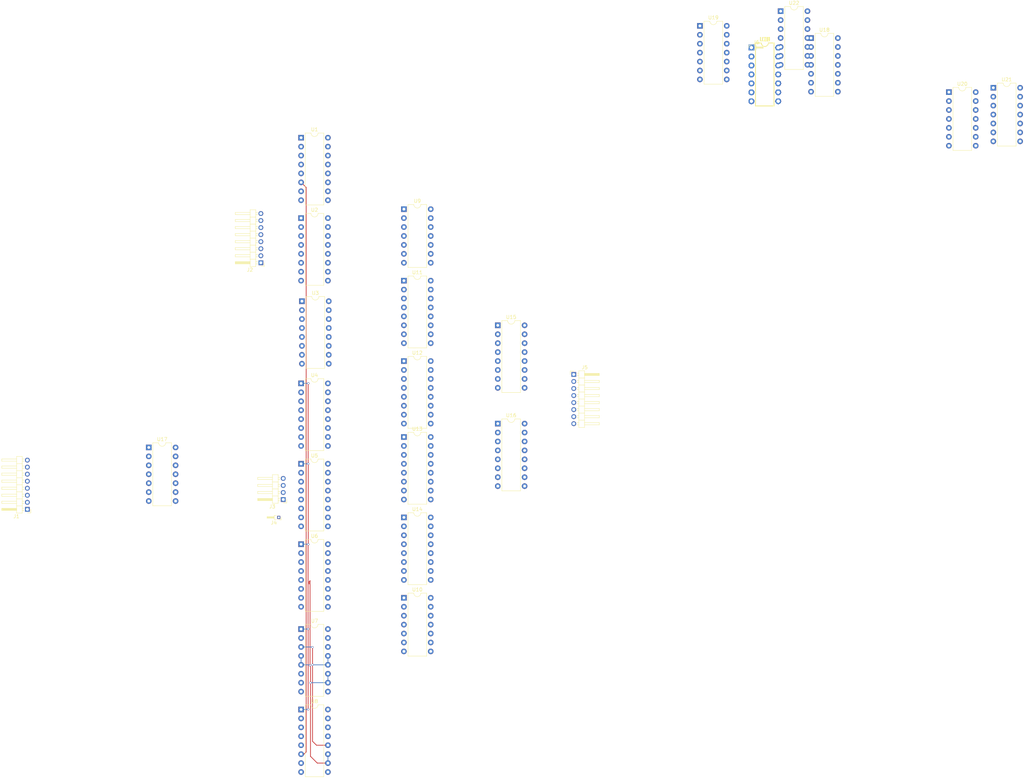
<source format=kicad_pcb>
(kicad_pcb (version 4) (host pcbnew 4.0.7-e2-6376~58~ubuntu16.04.1)
  (layers (0 F.Cu signal) (31 B.Cu signal) (34 B.Paste user) (35 F.Paste user) (36 B.SilkS user) (37 F.SilkS user) (38 B.Mask user) (39 F.Mask user) (44 Edge.Cuts user))
  (net 0 "")
  (net 1 /ALU/A7)
  (net 2 /ALU/A6)
  (net 3 /ALU/A5)
  (net 4 /ALU/A4)
  (net 5 /ALU/A3)
  (net 6 /ALU/A2)
  (net 7 /ALU/A1)
  (net 8 /ALU/A0)
  (net 9 /ALU/S3)
  (net 10 /ALU/S2)
  (net 11 /ALU/S1)
  (net 12 /ALU/S0)
  (net 13 GND)
  (net 14 /ALU/OUT0)
  (net 15 /ALU/OUT1)
  (net 16 /ALU/OUT2)
  (net 17 /ALU/OUT3)
  (net 18 /ALU/OUT4)
  (net 19 /ALU/OUT5)
  (net 20 /ALU/OUT6)
  (net 21 /ALU/OUT7)
  (net 22 /ALU/ALUB0)
  (net 23 VCC)
  (net 24 /ALU/ALUB1)
  (net 25 /ALU/ALUB2)
  (net 26 /ALU/ALUB3)
  (net 27 /ALU/ALUB4)
  (net 28 /ALU/ALUB5)
  (net 29 /ALU/ALUB6)
  (net 30 /ALU/ALUB7)
  (net 31 "Net-(U11-Pad7)")
  (net 32 "Net-(U10-Pad3)")
  (net 33 "Net-(U10-Pad6)")
  (net 34 "Net-(U11-Pad1)")
  (net 35 "Net-(U11-Pad9)")
  (net 36 "Net-(U11-Pad10)")
  (net 37 "Net-(U11-Pad4)")
  (net 38 "Net-(U11-Pad13)")
  (net 39 "Net-(U12-Pad1)")
  (net 40 "Net-(U12-Pad9)")
  (net 41 "Net-(U12-Pad10)")
  (net 42 "Net-(U12-Pad4)")
  (net 43 "Net-(U12-Pad13)")
  (net 44 /ALU/BUS7)
  (net 45 /ALU/BUS6)
  (net 46 /ALU/BUS5)
  (net 47 /ALU/BUS4)
  (net 48 /ALU/BUS3)
  (net 49 /ALU/BUS2)
  (net 50 /ALU/BUS1)
  (net 51 /ALU/BUS0)
  (net 52 /ALU/AL)
  (net 53 /ALU/OL)
  (net 54 /ALU/OB)
  (net 55 "Net-(U10-Pad8)")
  (net 56 "Net-(U10-Pad11)")
  (net 57 "Net-(U10-Pad13)")
  (net 58 "Net-(U13-Pad15)")
  (net 59 "Net-(U15-Pad4)")
  (net 60 "Net-(U19-Pad1)")
  (net 61 "Net-(U19-Pad8)")
  (net 62 "Net-(U19-Pad2)")
  (net 63 "Net-(U19-Pad9)")
  (net 64 "Net-(U19-Pad3)")
  (net 65 "Net-(U19-Pad4)")
  (net 66 "Net-(U19-Pad11)")
  (net 67 "Net-(U19-Pad5)")
  (net 68 "Net-(U19-Pad12)")
  (net 69 "Net-(U19-Pad6)")
  (net 70 "Net-(U19-Pad13)")
  (net 71 "Net-(U19-Pad7)")
  (net 72 "Net-(U19-Pad14)")
  (net 73 "Net-(U20-Pad1)")
  (net 74 "Net-(U20-Pad2)")
  (net 75 "Net-(U20-Pad9)")
  (net 76 "Net-(U20-Pad3)")
  (net 77 "Net-(U20-Pad10)")
  (net 78 "Net-(U20-Pad4)")
  (net 79 "Net-(U20-Pad11)")
  (net 80 "Net-(U20-Pad5)")
  (net 81 "Net-(U20-Pad12)")
  (net 82 "Net-(U20-Pad6)")
  (net 83 "Net-(U20-Pad13)")
  (net 84 "Net-(U20-Pad7)")
  (net 85 "Net-(U20-Pad14)")
  (net 86 "Net-(U21-Pad1)")
  (net 87 "Net-(U21-Pad8)")
  (net 88 "Net-(U21-Pad2)")
  (net 89 "Net-(U21-Pad9)")
  (net 90 "Net-(U21-Pad3)")
  (net 91 "Net-(U21-Pad10)")
  (net 92 "Net-(U21-Pad4)")
  (net 93 "Net-(U21-Pad11)")
  (net 94 "Net-(U21-Pad5)")
  (net 95 "Net-(U21-Pad6)")
  (net 96 "Net-(U21-Pad13)")
  (net 97 "Net-(U21-Pad7)")
  (net 98 "Net-(U21-Pad14)")
  (net 99 "Net-(U22-Pad1)")
  (net 100 "Net-(U22-Pad8)")
  (net 101 "Net-(U22-Pad2)")
  (net 102 "Net-(U22-Pad9)")
  (net 103 "Net-(U22-Pad3)")
  (net 104 "Net-(U22-Pad10)")
  (net 105 "Net-(U22-Pad4)")
  (net 106 "Net-(U22-Pad11)")
  (net 107 "Net-(U22-Pad5)")
  (net 108 "Net-(U22-Pad6)")
  (net 109 "Net-(U22-Pad13)")
  (net 110 "Net-(U22-Pad7)")
  (net 111 "Net-(U22-Pad14)")
  (net 112 "Net-(U23-Pad1)")
  (net 113 "Net-(U23-Pad8)")
  (net 114 "Net-(U23-Pad2)")
  (net 115 "Net-(U23-Pad9)")
  (net 116 "Net-(U23-Pad3)")
  (net 117 "Net-(U23-Pad4)")
  (net 118 "Net-(U23-Pad11)")
  (net 119 "Net-(U23-Pad5)")
  (net 120 "Net-(U23-Pad12)")
  (net 121 "Net-(U23-Pad6)")
  (net 122 "Net-(U23-Pad13)")
  (net 123 "Net-(U23-Pad7)")
  (net 124 "Net-(U23-Pad14)")
  (net 125 "Net-(U24-Pad1)")
  (net 126 "Net-(U24-Pad8)")
  (net 127 "Net-(U24-Pad2)")
  (net 128 "Net-(U24-Pad9)")
  (net 129 "Net-(U24-Pad3)")
  (net 130 "Net-(U24-Pad4)")
  (net 131 "Net-(U24-Pad11)")
  (net 132 "Net-(U24-Pad5)")
  (net 133 "Net-(U24-Pad12)")
  (net 134 "Net-(U24-Pad6)")
  (net 135 "Net-(U24-Pad13)")
  (net 136 "Net-(U24-Pad7)")
  (net 137 "Net-(U24-Pad14)")
  (net 138 "Net-(U25-Pad1)")
  (net 139 "Net-(U25-Pad8)")
  (net 140 "Net-(U25-Pad2)")
  (net 141 "Net-(U25-Pad9)")
  (net 142 "Net-(U25-Pad3)")
  (net 143 "Net-(U25-Pad4)")
  (net 144 "Net-(U25-Pad11)")
  (net 145 "Net-(U25-Pad5)")
  (net 146 "Net-(U25-Pad12)")
  (net 147 "Net-(U25-Pad6)")
  (net 148 "Net-(U25-Pad13)")
  (net 149 "Net-(U25-Pad7)")
  (net 150 "Net-(U25-Pad14)")
  (net 151 "Net-(U26-Pad1)")
  (net 152 "Net-(U26-Pad8)")
  (net 153 "Net-(U26-Pad2)")
  (net 154 "Net-(U26-Pad9)")
  (net 155 "Net-(U26-Pad3)")
  (net 156 "Net-(U26-Pad4)")
  (net 157 "Net-(U26-Pad11)")
  (net 158 "Net-(U26-Pad5)")
  (net 159 "Net-(U26-Pad12)")
  (net 160 "Net-(U26-Pad6)")
  (net 161 "Net-(U26-Pad13)")
  (net 162 "Net-(U26-Pad7)")
  (net 163 "Net-(U26-Pad14)")
  (net 164 "Net-(U27-Pad1)")
  (net 165 "Net-(U27-Pad8)")
  (net 166 "Net-(U27-Pad2)")
  (net 167 "Net-(U27-Pad9)")
  (net 168 "Net-(U27-Pad3)")
  (net 169 "Net-(U27-Pad4)")
  (net 170 "Net-(U27-Pad11)")
  (net 171 "Net-(U27-Pad5)")
  (net 172 "Net-(U27-Pad12)")
  (net 173 "Net-(U27-Pad6)")
  (net 174 "Net-(U27-Pad13)")
  (net 175 "Net-(U27-Pad7)")
  (net 176 "Net-(U27-Pad14)")
  (net 177 "Net-(U28-Pad1)")
  (net 178 "Net-(U28-Pad8)")
  (net 179 "Net-(U28-Pad2)")
  (net 180 "Net-(U28-Pad9)")
  (net 181 "Net-(U28-Pad3)")
  (net 182 "Net-(U28-Pad4)")
  (net 183 "Net-(U28-Pad11)")
  (net 184 "Net-(U28-Pad5)")
  (net 185 "Net-(U28-Pad12)")
  (net 186 "Net-(U28-Pad6)")
  (net 187 "Net-(U28-Pad13)")
  (net 188 "Net-(U28-Pad7)")
  (net 189 "Net-(U28-Pad14)")
  (net 190 "Net-(U29-Pad1)")
  (net 191 "Net-(U29-Pad8)")
  (net 192 "Net-(U29-Pad2)")
  (net 193 "Net-(U29-Pad9)")
  (net 194 "Net-(U29-Pad3)")
  (net 195 "Net-(U29-Pad4)")
  (net 196 "Net-(U29-Pad11)")
  (net 197 "Net-(U29-Pad5)")
  (net 198 "Net-(U29-Pad12)")
  (net 199 "Net-(U29-Pad6)")
  (net 200 "Net-(U29-Pad13)")
  (net 201 "Net-(U29-Pad7)")
  (net 202 "Net-(U29-Pad14)")
  (net 203 "Net-(U30-Pad1)")
  (net 204 "Net-(U30-Pad8)")
  (net 205 "Net-(U30-Pad2)")
  (net 206 "Net-(U30-Pad9)")
  (net 207 "Net-(U30-Pad3)")
  (net 208 "Net-(U30-Pad4)")
  (net 209 "Net-(U30-Pad11)")
  (net 210 "Net-(U30-Pad5)")
  (net 211 "Net-(U30-Pad12)")
  (net 212 "Net-(U30-Pad6)")
  (net 213 "Net-(U30-Pad13)")
  (net 214 "Net-(U30-Pad7)")
  (net 215 "Net-(U30-Pad14)")
  (net 216 "Net-(U31-Pad1)")
  (net 217 "Net-(U31-Pad8)")
  (net 218 "Net-(U31-Pad2)")
  (net 219 "Net-(U31-Pad9)")
  (net 220 "Net-(U31-Pad3)")
  (net 221 "Net-(U31-Pad4)")
  (net 222 "Net-(U31-Pad11)")
  (net 223 "Net-(U31-Pad5)")
  (net 224 "Net-(U31-Pad12)")
  (net 225 "Net-(U31-Pad6)")
  (net 226 "Net-(U31-Pad13)")
  (net 227 "Net-(U31-Pad7)")
  (net 228 "Net-(U31-Pad14)")
  (net 229 "Net-(U32-Pad1)")
  (net 230 "Net-(U32-Pad8)")
  (net 231 "Net-(U32-Pad2)")
  (net 232 "Net-(U32-Pad9)")
  (net 233 "Net-(U32-Pad3)")
  (net 234 "Net-(U32-Pad4)")
  (net 235 "Net-(U32-Pad11)")
  (net 236 "Net-(U32-Pad5)")
  (net 237 "Net-(U32-Pad12)")
  (net 238 "Net-(U32-Pad6)")
  (net 239 "Net-(U32-Pad13)")
  (net 240 "Net-(U32-Pad7)")
  (net 241 "Net-(U32-Pad14)")
  (net 242 "Net-(U33-Pad1)")
  (net 243 "Net-(U33-Pad8)")
  (net 244 "Net-(U33-Pad2)")
  (net 245 "Net-(U33-Pad9)")
  (net 246 "Net-(U33-Pad3)")
  (net 247 "Net-(U33-Pad4)")
  (net 248 "Net-(U33-Pad11)")
  (net 249 "Net-(U33-Pad5)")
  (net 250 "Net-(U33-Pad12)")
  (net 251 "Net-(U33-Pad6)")
  (net 252 "Net-(U33-Pad13)")
  (net 253 "Net-(U33-Pad7)")
  (net 254 "Net-(U33-Pad14)")
  (net 255 "Net-(U34-Pad1)")
  (net 256 "Net-(U34-Pad8)")
  (net 257 "Net-(U34-Pad2)")
  (net 258 "Net-(U34-Pad9)")
  (net 259 "Net-(U34-Pad3)")
  (net 260 "Net-(U34-Pad4)")
  (net 261 "Net-(U34-Pad11)")
  (net 262 "Net-(U34-Pad5)")
  (net 263 "Net-(U34-Pad12)")
  (net 264 "Net-(U34-Pad6)")
  (net 265 "Net-(U34-Pad13)")
  (net 266 "Net-(U34-Pad7)")
  (net 267 "Net-(U34-Pad14)")
  (net 268 "Net-(U35-Pad1)")
  (net 269 "Net-(U35-Pad8)")
  (net 270 "Net-(U35-Pad2)")
  (net 271 "Net-(U35-Pad9)")
  (net 272 "Net-(U35-Pad3)")
  (net 273 "Net-(U35-Pad4)")
  (net 274 "Net-(U35-Pad11)")
  (net 275 "Net-(U35-Pad5)")
  (net 276 "Net-(U35-Pad12)")
  (net 277 "Net-(U35-Pad6)")
  (net 278 "Net-(U35-Pad13)")
  (net 279 "Net-(U35-Pad7)")
  (net 280 "Net-(U35-Pad14)")
  (net 281 "Net-(U36-Pad1)")
  (net 282 "Net-(U36-Pad8)")
  (net 283 "Net-(U36-Pad2)")
  (net 284 "Net-(U36-Pad9)")
  (net 285 "Net-(U36-Pad3)")
  (net 286 "Net-(U36-Pad4)")
  (net 287 "Net-(U36-Pad11)")
  (net 288 "Net-(U36-Pad5)")
  (net 289 "Net-(U36-Pad12)")
  (net 290 "Net-(U36-Pad6)")
  (net 291 "Net-(U36-Pad13)")
  (net 292 "Net-(U36-Pad7)")
  (net 293 "Net-(U36-Pad14)")
  (net 294 "Net-(U37-Pad1)")
  (net 295 "Net-(U37-Pad8)")
  (net 296 "Net-(U37-Pad2)")
  (net 297 "Net-(U37-Pad9)")
  (net 298 "Net-(U37-Pad3)")
  (net 299 "Net-(U37-Pad4)")
  (net 300 "Net-(U37-Pad11)")
  (net 301 "Net-(U37-Pad5)")
  (net 302 "Net-(U37-Pad12)")
  (net 303 "Net-(U37-Pad6)")
  (net 304 "Net-(U37-Pad13)")
  (net 305 "Net-(U37-Pad7)")
  (net 306 "Net-(U37-Pad14)")
  (net 307 "Net-(U38-Pad1)")
  (net 308 "Net-(U38-Pad8)")
  (net 309 "Net-(U38-Pad2)")
  (net 310 "Net-(U38-Pad9)")
  (net 311 "Net-(U38-Pad3)")
  (net 312 "Net-(U38-Pad4)")
  (net 313 "Net-(U38-Pad11)")
  (net 314 "Net-(U38-Pad5)")
  (net 315 "Net-(U38-Pad12)")
  (net 316 "Net-(U38-Pad6)")
  (net 317 "Net-(U38-Pad13)")
  (net 318 "Net-(U38-Pad7)")
  (net 319 "Net-(U38-Pad14)")
  (module Pin_Headers:Pin_Header_Angled_1x08_Pitch2.00mm (layer F.Cu) (at -44.7548 123.444 180)
    (fp_text reference J1 (at 3.1 -2 180) (layer F.SilkS))
    (fp_text value Conn_01x08)
    (pad 1 thru_hole rect (at 0 0 180) (size 1.35 1.35) (drill 0.8) (layers *.Cu *.Mask) (net 44 /ALU/BUS7))
    (pad 2 thru_hole oval (at 0 2 180) (size 1.35 1.35) (drill 0.8) (layers *.Cu *.Mask) (net 45 /ALU/BUS6))
    (pad 3 thru_hole oval (at 0 4 180) (size 1.35 1.35) (drill 0.8) (layers *.Cu *.Mask) (net 46 /ALU/BUS5))
    (pad 4 thru_hole oval (at 0 6 180) (size 1.35 1.35) (drill 0.8) (layers *.Cu *.Mask) (net 47 /ALU/BUS4))
    (pad 5 thru_hole oval (at 0 8 180) (size 1.35 1.35) (drill 0.8) (layers *.Cu *.Mask) (net 48 /ALU/BUS3))
    (pad 6 thru_hole oval (at 0 10 180) (size 1.35 1.35) (drill 0.8) (layers *.Cu *.Mask) (net 49 /ALU/BUS2))
    (pad 7 thru_hole oval (at 0 12 180) (size 1.35 1.35) (drill 0.8) (layers *.Cu *.Mask) (net 50 /ALU/BUS1))
    (pad 8 thru_hole oval (at 0 14 180) (size 1.35 1.35) (drill 0.8) (layers *.Cu *.Mask) (net 51 /ALU/BUS0))
  )
  (module Pin_Headers:Pin_Header_Angled_1x08_Pitch2.00mm (layer F.Cu) (at 21.59 53.34 180)
    (fp_text reference J2 (at 3.1 -2 180) (layer F.SilkS))
    (fp_text value Conn_01x01)
    (pad 1 thru_hole rect (at 0 0 180) (size 1.35 1.35) (drill 0.8) (layers *.Cu *.Mask) (net 52 /ALU/AL))
    (pad 2 thru_hole oval (at 0 2 180) (size 1.35 1.35) (drill 0.8) (layers *.Cu *.Mask))
    (pad 3 thru_hole oval (at 0 4 180) (size 1.35 1.35) (drill 0.8) (layers *.Cu *.Mask))
    (pad 4 thru_hole oval (at 0 6 180) (size 1.35 1.35) (drill 0.8) (layers *.Cu *.Mask))
    (pad 5 thru_hole oval (at 0 8 180) (size 1.35 1.35) (drill 0.8) (layers *.Cu *.Mask))
    (pad 6 thru_hole oval (at 0 10 180) (size 1.35 1.35) (drill 0.8) (layers *.Cu *.Mask))
    (pad 7 thru_hole oval (at 0 12 180) (size 1.35 1.35) (drill 0.8) (layers *.Cu *.Mask))
    (pad 8 thru_hole oval (at 0 14 180) (size 1.35 1.35) (drill 0.8) (layers *.Cu *.Mask))
  )
  (module Pin_Headers:Pin_Header_Angled_1x04_Pitch2.00mm (layer F.Cu) (at 27.94 120.65 180)
    (fp_text reference J3 (at 3.1 -2 180) (layer F.SilkS))
    (fp_text value Conn_01x04)
    (pad 1 thru_hole rect (at 0 0 180) (size 1.35 1.35) (drill 0.8) (layers *.Cu *.Mask) (net 9 /ALU/S3))
    (pad 2 thru_hole oval (at 0 2 180) (size 1.35 1.35) (drill 0.8) (layers *.Cu *.Mask) (net 10 /ALU/S2))
    (pad 3 thru_hole oval (at 0 4 180) (size 1.35 1.35) (drill 0.8) (layers *.Cu *.Mask) (net 11 /ALU/S1))
    (pad 4 thru_hole oval (at 0 6 180) (size 1.35 1.35) (drill 0.8) (layers *.Cu *.Mask) (net 12 /ALU/S0))
  )
  (module Pin_Headers:Pin_Header_Angled_1x01_Pitch1.00mm (layer F.Cu) (at 26.67 125.73 180)
    (fp_text reference J4 (at 1.375 -1.5 180) (layer F.SilkS))
    (fp_text value Conn_01x01)
    (pad 1 thru_hole rect (at 0 0 180) (size 0.85 0.85) (drill 0.5) (layers *.Cu *.Mask) (net 13 GND))
  )
  (module Pin_Headers:Pin_Header_Angled_1x08_Pitch2.00mm (layer F.Cu) (at 110.49 85.09)
    (fp_text reference J5 (at 3.1 -2) (layer F.SilkS))
    (fp_text value Conn_01x01)
    (pad 1 thru_hole rect (at 0 0) (size 1.35 1.35) (drill 0.8) (layers *.Cu *.Mask) (net 53 /ALU/OL))
    (pad 2 thru_hole oval (at 0 2) (size 1.35 1.35) (drill 0.8) (layers *.Cu *.Mask))
    (pad 3 thru_hole oval (at 0 4) (size 1.35 1.35) (drill 0.8) (layers *.Cu *.Mask))
    (pad 4 thru_hole oval (at 0 6) (size 1.35 1.35) (drill 0.8) (layers *.Cu *.Mask))
    (pad 5 thru_hole oval (at 0 8) (size 1.35 1.35) (drill 0.8) (layers *.Cu *.Mask))
    (pad 6 thru_hole oval (at 0 10) (size 1.35 1.35) (drill 0.8) (layers *.Cu *.Mask))
    (pad 7 thru_hole oval (at 0 12) (size 1.35 1.35) (drill 0.8) (layers *.Cu *.Mask))
    (pad 8 thru_hole oval (at 0 14) (size 1.35 1.35) (drill 0.8) (layers *.Cu *.Mask))
  )
  (module Housings_DIP:DIP-16_W7.62mm (layer F.Cu) (at 33.02 17.78)
    (fp_text reference U1 (at 3.81 -2.33) (layer F.SilkS))
    (fp_text value 74LS253)
    (pad 1 thru_hole rect (at 0 0) (size 1.6 1.6) (drill 0.8) (layers *.Cu *.Mask) (net 9 /ALU/S3))
    (pad 9 thru_hole oval (at 7.62 17.78) (size 1.6 1.6) (drill 0.8) (layers *.Cu *.Mask) (net 22 /ALU/ALUB0))
    (pad 2 thru_hole oval (at 0 2.54) (size 1.6 1.6) (drill 0.8) (layers *.Cu *.Mask) (net 51 /ALU/BUS0))
    (pad 10 thru_hole oval (at 7.62 15.24) (size 1.6 1.6) (drill 0.8) (layers *.Cu *.Mask) (net 11 /ALU/S1))
    (pad 3 thru_hole oval (at 0 5.08) (size 1.6 1.6) (drill 0.8) (layers *.Cu *.Mask) (net 12 /ALU/S0))
    (pad 11 thru_hole oval (at 7.62 12.7) (size 1.6 1.6) (drill 0.8) (layers *.Cu *.Mask) (net 11 /ALU/S1))
    (pad 4 thru_hole oval (at 0 7.62) (size 1.6 1.6) (drill 0.8) (layers *.Cu *.Mask) (net 11 /ALU/S1))
    (pad 12 thru_hole oval (at 7.62 10.16) (size 1.6 1.6) (drill 0.8) (layers *.Cu *.Mask) (net 12 /ALU/S0))
    (pad 5 thru_hole oval (at 0 10.16) (size 1.6 1.6) (drill 0.8) (layers *.Cu *.Mask) (net 11 /ALU/S1))
    (pad 13 thru_hole oval (at 7.62 7.62) (size 1.6 1.6) (drill 0.8) (layers *.Cu *.Mask) (net 12 /ALU/S0))
    (pad 6 thru_hole oval (at 0 12.7) (size 1.6 1.6) (drill 0.8) (layers *.Cu *.Mask) (net 10 /ALU/S2))
    (pad 14 thru_hole oval (at 7.62 5.08) (size 1.6 1.6) (drill 0.8) (layers *.Cu *.Mask) (net 8 /ALU/A0))
    (pad 7 thru_hole oval (at 0 15.24) (size 1.6 1.6) (drill 0.8) (layers *.Cu *.Mask) (net 14 /ALU/OUT0))
    (pad 15 thru_hole oval (at 7.62 2.54) (size 1.6 1.6) (drill 0.8) (layers *.Cu *.Mask) (net 13 GND))
    (pad 8 thru_hole oval (at 0 17.78) (size 1.6 1.6) (drill 0.8) (layers *.Cu *.Mask) (net 13 GND))
    (pad 16 thru_hole oval (at 7.62 0) (size 1.6 1.6) (drill 0.8) (layers *.Cu *.Mask) (net 23 VCC))
  )
  (module Housings_DIP:DIP-16_W7.62mm (layer F.Cu) (at 33.02 40.64)
    (fp_text reference U2 (at 3.81 -2.33) (layer F.SilkS))
    (fp_text value 74LS253)
    (pad 1 thru_hole rect (at 0 0) (size 1.6 1.6) (drill 0.8) (layers *.Cu *.Mask) (net 9 /ALU/S3))
    (pad 9 thru_hole oval (at 7.62 17.78) (size 1.6 1.6) (drill 0.8) (layers *.Cu *.Mask) (net 24 /ALU/ALUB1))
    (pad 2 thru_hole oval (at 0 2.54) (size 1.6 1.6) (drill 0.8) (layers *.Cu *.Mask) (net 50 /ALU/BUS1))
    (pad 10 thru_hole oval (at 7.62 15.24) (size 1.6 1.6) (drill 0.8) (layers *.Cu *.Mask) (net 11 /ALU/S1))
    (pad 3 thru_hole oval (at 0 5.08) (size 1.6 1.6) (drill 0.8) (layers *.Cu *.Mask) (net 12 /ALU/S0))
    (pad 11 thru_hole oval (at 7.62 12.7) (size 1.6 1.6) (drill 0.8) (layers *.Cu *.Mask) (net 11 /ALU/S1))
    (pad 4 thru_hole oval (at 0 7.62) (size 1.6 1.6) (drill 0.8) (layers *.Cu *.Mask) (net 11 /ALU/S1))
    (pad 12 thru_hole oval (at 7.62 10.16) (size 1.6 1.6) (drill 0.8) (layers *.Cu *.Mask) (net 12 /ALU/S0))
    (pad 5 thru_hole oval (at 0 10.16) (size 1.6 1.6) (drill 0.8) (layers *.Cu *.Mask) (net 11 /ALU/S1))
    (pad 13 thru_hole oval (at 7.62 7.62) (size 1.6 1.6) (drill 0.8) (layers *.Cu *.Mask) (net 12 /ALU/S0))
    (pad 6 thru_hole oval (at 0 12.7) (size 1.6 1.6) (drill 0.8) (layers *.Cu *.Mask) (net 10 /ALU/S2))
    (pad 14 thru_hole oval (at 7.62 5.08) (size 1.6 1.6) (drill 0.8) (layers *.Cu *.Mask) (net 7 /ALU/A1))
    (pad 7 thru_hole oval (at 0 15.24) (size 1.6 1.6) (drill 0.8) (layers *.Cu *.Mask) (net 15 /ALU/OUT1))
    (pad 15 thru_hole oval (at 7.62 2.54) (size 1.6 1.6) (drill 0.8) (layers *.Cu *.Mask) (net 13 GND))
    (pad 8 thru_hole oval (at 0 17.78) (size 1.6 1.6) (drill 0.8) (layers *.Cu *.Mask) (net 13 GND))
    (pad 16 thru_hole oval (at 7.62 0) (size 1.6 1.6) (drill 0.8) (layers *.Cu *.Mask) (net 23 VCC))
  )
  (module Housings_DIP:DIP-16_W7.62mm (layer F.Cu) (at 33.255001 64.265)
    (fp_text reference U3 (at 3.81 -2.33) (layer F.SilkS))
    (fp_text value 74LS253)
    (pad 1 thru_hole rect (at 0 0) (size 1.6 1.6) (drill 0.8) (layers *.Cu *.Mask) (net 9 /ALU/S3))
    (pad 9 thru_hole oval (at 7.62 17.78) (size 1.6 1.6) (drill 0.8) (layers *.Cu *.Mask) (net 25 /ALU/ALUB2))
    (pad 2 thru_hole oval (at 0 2.54) (size 1.6 1.6) (drill 0.8) (layers *.Cu *.Mask) (net 49 /ALU/BUS2))
    (pad 10 thru_hole oval (at 7.62 15.24) (size 1.6 1.6) (drill 0.8) (layers *.Cu *.Mask) (net 11 /ALU/S1))
    (pad 3 thru_hole oval (at 0 5.08) (size 1.6 1.6) (drill 0.8) (layers *.Cu *.Mask) (net 12 /ALU/S0))
    (pad 11 thru_hole oval (at 7.62 12.7) (size 1.6 1.6) (drill 0.8) (layers *.Cu *.Mask) (net 11 /ALU/S1))
    (pad 4 thru_hole oval (at 0 7.62) (size 1.6 1.6) (drill 0.8) (layers *.Cu *.Mask) (net 11 /ALU/S1))
    (pad 12 thru_hole oval (at 7.62 10.16) (size 1.6 1.6) (drill 0.8) (layers *.Cu *.Mask) (net 12 /ALU/S0))
    (pad 5 thru_hole oval (at 0 10.16) (size 1.6 1.6) (drill 0.8) (layers *.Cu *.Mask) (net 11 /ALU/S1))
    (pad 13 thru_hole oval (at 7.62 7.62) (size 1.6 1.6) (drill 0.8) (layers *.Cu *.Mask) (net 12 /ALU/S0))
    (pad 6 thru_hole oval (at 0 12.7) (size 1.6 1.6) (drill 0.8) (layers *.Cu *.Mask) (net 10 /ALU/S2))
    (pad 14 thru_hole oval (at 7.62 5.08) (size 1.6 1.6) (drill 0.8) (layers *.Cu *.Mask) (net 6 /ALU/A2))
    (pad 7 thru_hole oval (at 0 15.24) (size 1.6 1.6) (drill 0.8) (layers *.Cu *.Mask) (net 16 /ALU/OUT2))
    (pad 15 thru_hole oval (at 7.62 2.54) (size 1.6 1.6) (drill 0.8) (layers *.Cu *.Mask) (net 13 GND))
    (pad 8 thru_hole oval (at 0 17.78) (size 1.6 1.6) (drill 0.8) (layers *.Cu *.Mask) (net 13 GND))
    (pad 16 thru_hole oval (at 7.62 0) (size 1.6 1.6) (drill 0.8) (layers *.Cu *.Mask) (net 23 VCC))
  )
  (module Housings_DIP:DIP-16_W7.62mm (layer F.Cu) (at 33.02 87.63)
    (fp_text reference U4 (at 3.81 -2.33) (layer F.SilkS))
    (fp_text value 74LS253)
    (pad 1 thru_hole rect (at 0 0) (size 1.6 1.6) (drill 0.8) (layers *.Cu *.Mask) (net 9 /ALU/S3))
    (pad 9 thru_hole oval (at 7.62 17.78) (size 1.6 1.6) (drill 0.8) (layers *.Cu *.Mask) (net 26 /ALU/ALUB3))
    (pad 2 thru_hole oval (at 0 2.54) (size 1.6 1.6) (drill 0.8) (layers *.Cu *.Mask) (net 48 /ALU/BUS3))
    (pad 10 thru_hole oval (at 7.62 15.24) (size 1.6 1.6) (drill 0.8) (layers *.Cu *.Mask) (net 11 /ALU/S1))
    (pad 3 thru_hole oval (at 0 5.08) (size 1.6 1.6) (drill 0.8) (layers *.Cu *.Mask) (net 12 /ALU/S0))
    (pad 11 thru_hole oval (at 7.62 12.7) (size 1.6 1.6) (drill 0.8) (layers *.Cu *.Mask) (net 11 /ALU/S1))
    (pad 4 thru_hole oval (at 0 7.62) (size 1.6 1.6) (drill 0.8) (layers *.Cu *.Mask) (net 11 /ALU/S1))
    (pad 12 thru_hole oval (at 7.62 10.16) (size 1.6 1.6) (drill 0.8) (layers *.Cu *.Mask) (net 12 /ALU/S0))
    (pad 5 thru_hole oval (at 0 10.16) (size 1.6 1.6) (drill 0.8) (layers *.Cu *.Mask) (net 11 /ALU/S1))
    (pad 13 thru_hole oval (at 7.62 7.62) (size 1.6 1.6) (drill 0.8) (layers *.Cu *.Mask) (net 12 /ALU/S0))
    (pad 6 thru_hole oval (at 0 12.7) (size 1.6 1.6) (drill 0.8) (layers *.Cu *.Mask) (net 10 /ALU/S2))
    (pad 14 thru_hole oval (at 7.62 5.08) (size 1.6 1.6) (drill 0.8) (layers *.Cu *.Mask) (net 5 /ALU/A3))
    (pad 7 thru_hole oval (at 0 15.24) (size 1.6 1.6) (drill 0.8) (layers *.Cu *.Mask) (net 17 /ALU/OUT3))
    (pad 15 thru_hole oval (at 7.62 2.54) (size 1.6 1.6) (drill 0.8) (layers *.Cu *.Mask) (net 13 GND))
    (pad 8 thru_hole oval (at 0 17.78) (size 1.6 1.6) (drill 0.8) (layers *.Cu *.Mask) (net 13 GND))
    (pad 16 thru_hole oval (at 7.62 0) (size 1.6 1.6) (drill 0.8) (layers *.Cu *.Mask) (net 23 VCC))
  )
  (module Housings_DIP:DIP-16_W7.62mm (layer F.Cu) (at 33.02 110.49)
    (fp_text reference U5 (at 3.81 -2.33) (layer F.SilkS))
    (fp_text value 74LS253)
    (pad 1 thru_hole rect (at 0 0) (size 1.6 1.6) (drill 0.8) (layers *.Cu *.Mask) (net 9 /ALU/S3))
    (pad 9 thru_hole oval (at 7.62 17.78) (size 1.6 1.6) (drill 0.8) (layers *.Cu *.Mask) (net 27 /ALU/ALUB4))
    (pad 2 thru_hole oval (at 0 2.54) (size 1.6 1.6) (drill 0.8) (layers *.Cu *.Mask) (net 47 /ALU/BUS4))
    (pad 10 thru_hole oval (at 7.62 15.24) (size 1.6 1.6) (drill 0.8) (layers *.Cu *.Mask) (net 11 /ALU/S1))
    (pad 3 thru_hole oval (at 0 5.08) (size 1.6 1.6) (drill 0.8) (layers *.Cu *.Mask) (net 12 /ALU/S0))
    (pad 11 thru_hole oval (at 7.62 12.7) (size 1.6 1.6) (drill 0.8) (layers *.Cu *.Mask) (net 11 /ALU/S1))
    (pad 4 thru_hole oval (at 0 7.62) (size 1.6 1.6) (drill 0.8) (layers *.Cu *.Mask) (net 11 /ALU/S1))
    (pad 12 thru_hole oval (at 7.62 10.16) (size 1.6 1.6) (drill 0.8) (layers *.Cu *.Mask) (net 12 /ALU/S0))
    (pad 5 thru_hole oval (at 0 10.16) (size 1.6 1.6) (drill 0.8) (layers *.Cu *.Mask) (net 11 /ALU/S1))
    (pad 13 thru_hole oval (at 7.62 7.62) (size 1.6 1.6) (drill 0.8) (layers *.Cu *.Mask) (net 12 /ALU/S0))
    (pad 6 thru_hole oval (at 0 12.7) (size 1.6 1.6) (drill 0.8) (layers *.Cu *.Mask) (net 10 /ALU/S2))
    (pad 14 thru_hole oval (at 7.62 5.08) (size 1.6 1.6) (drill 0.8) (layers *.Cu *.Mask) (net 4 /ALU/A4))
    (pad 7 thru_hole oval (at 0 15.24) (size 1.6 1.6) (drill 0.8) (layers *.Cu *.Mask) (net 18 /ALU/OUT4))
    (pad 15 thru_hole oval (at 7.62 2.54) (size 1.6 1.6) (drill 0.8) (layers *.Cu *.Mask) (net 13 GND))
    (pad 8 thru_hole oval (at 0 17.78) (size 1.6 1.6) (drill 0.8) (layers *.Cu *.Mask) (net 13 GND))
    (pad 16 thru_hole oval (at 7.62 0) (size 1.6 1.6) (drill 0.8) (layers *.Cu *.Mask) (net 23 VCC))
  )
  (module Housings_DIP:DIP-16_W7.62mm (layer F.Cu) (at 33.02 133.35)
    (fp_text reference U6 (at 3.81 -2.33) (layer F.SilkS))
    (fp_text value 74LS253)
    (pad 1 thru_hole rect (at 0 0) (size 1.6 1.6) (drill 0.8) (layers *.Cu *.Mask) (net 9 /ALU/S3))
    (pad 9 thru_hole oval (at 7.62 17.78) (size 1.6 1.6) (drill 0.8) (layers *.Cu *.Mask) (net 28 /ALU/ALUB5))
    (pad 2 thru_hole oval (at 0 2.54) (size 1.6 1.6) (drill 0.8) (layers *.Cu *.Mask) (net 46 /ALU/BUS5))
    (pad 10 thru_hole oval (at 7.62 15.24) (size 1.6 1.6) (drill 0.8) (layers *.Cu *.Mask) (net 11 /ALU/S1))
    (pad 3 thru_hole oval (at 0 5.08) (size 1.6 1.6) (drill 0.8) (layers *.Cu *.Mask) (net 12 /ALU/S0))
    (pad 11 thru_hole oval (at 7.62 12.7) (size 1.6 1.6) (drill 0.8) (layers *.Cu *.Mask) (net 11 /ALU/S1))
    (pad 4 thru_hole oval (at 0 7.62) (size 1.6 1.6) (drill 0.8) (layers *.Cu *.Mask) (net 11 /ALU/S1))
    (pad 12 thru_hole oval (at 7.62 10.16) (size 1.6 1.6) (drill 0.8) (layers *.Cu *.Mask) (net 12 /ALU/S0))
    (pad 5 thru_hole oval (at 0 10.16) (size 1.6 1.6) (drill 0.8) (layers *.Cu *.Mask) (net 11 /ALU/S1))
    (pad 13 thru_hole oval (at 7.62 7.62) (size 1.6 1.6) (drill 0.8) (layers *.Cu *.Mask) (net 12 /ALU/S0))
    (pad 6 thru_hole oval (at 0 12.7) (size 1.6 1.6) (drill 0.8) (layers *.Cu *.Mask) (net 10 /ALU/S2))
    (pad 14 thru_hole oval (at 7.62 5.08) (size 1.6 1.6) (drill 0.8) (layers *.Cu *.Mask) (net 3 /ALU/A5))
    (pad 7 thru_hole oval (at 0 15.24) (size 1.6 1.6) (drill 0.8) (layers *.Cu *.Mask) (net 19 /ALU/OUT5))
    (pad 15 thru_hole oval (at 7.62 2.54) (size 1.6 1.6) (drill 0.8) (layers *.Cu *.Mask) (net 13 GND))
    (pad 8 thru_hole oval (at 0 17.78) (size 1.6 1.6) (drill 0.8) (layers *.Cu *.Mask) (net 13 GND))
    (pad 16 thru_hole oval (at 7.62 0) (size 1.6 1.6) (drill 0.8) (layers *.Cu *.Mask) (net 23 VCC))
  )
  (module Housings_DIP:DIP-16_W7.62mm (layer F.Cu) (at 33.02 157.48)
    (fp_text reference U7 (at 3.81 -2.33) (layer F.SilkS))
    (fp_text value 74LS253)
    (pad 1 thru_hole rect (at 0 0) (size 1.6 1.6) (drill 0.8) (layers *.Cu *.Mask) (net 9 /ALU/S3))
    (pad 9 thru_hole oval (at 7.62 17.78) (size 1.6 1.6) (drill 0.8) (layers *.Cu *.Mask) (net 29 /ALU/ALUB6))
    (pad 2 thru_hole oval (at 0 2.54) (size 1.6 1.6) (drill 0.8) (layers *.Cu *.Mask) (net 45 /ALU/BUS6))
    (pad 10 thru_hole oval (at 7.62 15.24) (size 1.6 1.6) (drill 0.8) (layers *.Cu *.Mask) (net 11 /ALU/S1))
    (pad 3 thru_hole oval (at 0 5.08) (size 1.6 1.6) (drill 0.8) (layers *.Cu *.Mask) (net 12 /ALU/S0))
    (pad 11 thru_hole oval (at 7.62 12.7) (size 1.6 1.6) (drill 0.8) (layers *.Cu *.Mask) (net 11 /ALU/S1))
    (pad 4 thru_hole oval (at 0 7.62) (size 1.6 1.6) (drill 0.8) (layers *.Cu *.Mask) (net 11 /ALU/S1))
    (pad 12 thru_hole oval (at 7.62 10.16) (size 1.6 1.6) (drill 0.8) (layers *.Cu *.Mask) (net 12 /ALU/S0))
    (pad 5 thru_hole oval (at 0 10.16) (size 1.6 1.6) (drill 0.8) (layers *.Cu *.Mask) (net 11 /ALU/S1))
    (pad 13 thru_hole oval (at 7.62 7.62) (size 1.6 1.6) (drill 0.8) (layers *.Cu *.Mask) (net 12 /ALU/S0))
    (pad 6 thru_hole oval (at 0 12.7) (size 1.6 1.6) (drill 0.8) (layers *.Cu *.Mask) (net 10 /ALU/S2))
    (pad 14 thru_hole oval (at 7.62 5.08) (size 1.6 1.6) (drill 0.8) (layers *.Cu *.Mask) (net 2 /ALU/A6))
    (pad 7 thru_hole oval (at 0 15.24) (size 1.6 1.6) (drill 0.8) (layers *.Cu *.Mask) (net 20 /ALU/OUT6))
    (pad 15 thru_hole oval (at 7.62 2.54) (size 1.6 1.6) (drill 0.8) (layers *.Cu *.Mask) (net 13 GND))
    (pad 8 thru_hole oval (at 0 17.78) (size 1.6 1.6) (drill 0.8) (layers *.Cu *.Mask) (net 13 GND))
    (pad 16 thru_hole oval (at 7.62 0) (size 1.6 1.6) (drill 0.8) (layers *.Cu *.Mask) (net 23 VCC))
  )
  (module Housings_DIP:DIP-16_W7.62mm (layer F.Cu) (at 33.02 180.34)
    (fp_text reference U8 (at 3.81 -2.33) (layer F.SilkS))
    (fp_text value 74LS253)
    (pad 1 thru_hole rect (at 0 0) (size 1.6 1.6) (drill 0.8) (layers *.Cu *.Mask) (net 9 /ALU/S3))
    (pad 9 thru_hole oval (at 7.62 17.78) (size 1.6 1.6) (drill 0.8) (layers *.Cu *.Mask) (net 30 /ALU/ALUB7))
    (pad 2 thru_hole oval (at 0 2.54) (size 1.6 1.6) (drill 0.8) (layers *.Cu *.Mask) (net 44 /ALU/BUS7))
    (pad 10 thru_hole oval (at 7.62 15.24) (size 1.6 1.6) (drill 0.8) (layers *.Cu *.Mask) (net 11 /ALU/S1))
    (pad 3 thru_hole oval (at 0 5.08) (size 1.6 1.6) (drill 0.8) (layers *.Cu *.Mask) (net 12 /ALU/S0))
    (pad 11 thru_hole oval (at 7.62 12.7) (size 1.6 1.6) (drill 0.8) (layers *.Cu *.Mask) (net 11 /ALU/S1))
    (pad 4 thru_hole oval (at 0 7.62) (size 1.6 1.6) (drill 0.8) (layers *.Cu *.Mask) (net 11 /ALU/S1))
    (pad 12 thru_hole oval (at 7.62 10.16) (size 1.6 1.6) (drill 0.8) (layers *.Cu *.Mask) (net 12 /ALU/S0))
    (pad 5 thru_hole oval (at 0 10.16) (size 1.6 1.6) (drill 0.8) (layers *.Cu *.Mask) (net 11 /ALU/S1))
    (pad 13 thru_hole oval (at 7.62 7.62) (size 1.6 1.6) (drill 0.8) (layers *.Cu *.Mask) (net 12 /ALU/S0))
    (pad 6 thru_hole oval (at 0 12.7) (size 1.6 1.6) (drill 0.8) (layers *.Cu *.Mask) (net 10 /ALU/S2))
    (pad 14 thru_hole oval (at 7.62 5.08) (size 1.6 1.6) (drill 0.8) (layers *.Cu *.Mask) (net 1 /ALU/A7))
    (pad 7 thru_hole oval (at 0 15.24) (size 1.6 1.6) (drill 0.8) (layers *.Cu *.Mask) (net 21 /ALU/OUT7))
    (pad 15 thru_hole oval (at 7.62 2.54) (size 1.6 1.6) (drill 0.8) (layers *.Cu *.Mask) (net 13 GND))
    (pad 8 thru_hole oval (at 0 17.78) (size 1.6 1.6) (drill 0.8) (layers *.Cu *.Mask) (net 13 GND))
    (pad 16 thru_hole oval (at 7.62 0) (size 1.6 1.6) (drill 0.8) (layers *.Cu *.Mask) (net 23 VCC))
  )
  (module Housings_DIP:DIP-14_W7.62mm (layer F.Cu) (at 62.23 38.1)
    (fp_text reference U9 (at 3.81 -2.33) (layer F.SilkS))
    (fp_text value 74LS04)
    (pad 1 thru_hole rect (at 0 0) (size 1.6 1.6) (drill 0.8) (layers *.Cu *.Mask) (net 12 /ALU/S0))
    (pad 8 thru_hole oval (at 7.62 15.24) (size 1.6 1.6) (drill 0.8) (layers *.Cu *.Mask))
    (pad 2 thru_hole oval (at 0 2.54) (size 1.6 1.6) (drill 0.8) (layers *.Cu *.Mask) (net 31 "Net-(U11-Pad7)"))
    (pad 9 thru_hole oval (at 7.62 12.7) (size 1.6 1.6) (drill 0.8) (layers *.Cu *.Mask))
    (pad 3 thru_hole oval (at 0 5.08) (size 1.6 1.6) (drill 0.8) (layers *.Cu *.Mask))
    (pad 10 thru_hole oval (at 7.62 10.16) (size 1.6 1.6) (drill 0.8) (layers *.Cu *.Mask))
    (pad 4 thru_hole oval (at 0 7.62) (size 1.6 1.6) (drill 0.8) (layers *.Cu *.Mask))
    (pad 11 thru_hole oval (at 7.62 7.62) (size 1.6 1.6) (drill 0.8) (layers *.Cu *.Mask))
    (pad 5 thru_hole oval (at 0 10.16) (size 1.6 1.6) (drill 0.8) (layers *.Cu *.Mask))
    (pad 12 thru_hole oval (at 7.62 5.08) (size 1.6 1.6) (drill 0.8) (layers *.Cu *.Mask))
    (pad 6 thru_hole oval (at 0 12.7) (size 1.6 1.6) (drill 0.8) (layers *.Cu *.Mask))
    (pad 13 thru_hole oval (at 7.62 2.54) (size 1.6 1.6) (drill 0.8) (layers *.Cu *.Mask))
    (pad 7 thru_hole oval (at 0 15.24) (size 1.6 1.6) (drill 0.8) (layers *.Cu *.Mask) (net 13 GND))
    (pad 14 thru_hole oval (at 7.62 0) (size 1.6 1.6) (drill 0.8) (layers *.Cu *.Mask) (net 23 VCC))
  )
  (module Housings_DIP:DIP-14_W7.62mm (layer F.Cu) (at 62.23 148.59)
    (fp_text reference U10 (at 3.81 -2.33) (layer F.SilkS))
    (fp_text value 74LS08)
    (pad 1 thru_hole rect (at 0 0) (size 1.6 1.6) (drill 0.8) (layers *.Cu *.Mask) (net 1 /ALU/A7))
    (pad 8 thru_hole oval (at 7.62 15.24) (size 1.6 1.6) (drill 0.8) (layers *.Cu *.Mask) (net 55 "Net-(U10-Pad8)"))
    (pad 2 thru_hole oval (at 0 2.54) (size 1.6 1.6) (drill 0.8) (layers *.Cu *.Mask) (net 11 /ALU/S1))
    (pad 9 thru_hole oval (at 7.62 12.7) (size 1.6 1.6) (drill 0.8) (layers *.Cu *.Mask) (net 9 /ALU/S3))
    (pad 3 thru_hole oval (at 0 5.08) (size 1.6 1.6) (drill 0.8) (layers *.Cu *.Mask) (net 32 "Net-(U10-Pad3)"))
    (pad 10 thru_hole oval (at 7.62 10.16) (size 1.6 1.6) (drill 0.8) (layers *.Cu *.Mask) (net 10 /ALU/S2))
    (pad 4 thru_hole oval (at 0 7.62) (size 1.6 1.6) (drill 0.8) (layers *.Cu *.Mask) (net 8 /ALU/A0))
    (pad 11 thru_hole oval (at 7.62 7.62) (size 1.6 1.6) (drill 0.8) (layers *.Cu *.Mask) (net 56 "Net-(U10-Pad11)"))
    (pad 5 thru_hole oval (at 0 10.16) (size 1.6 1.6) (drill 0.8) (layers *.Cu *.Mask) (net 11 /ALU/S1))
    (pad 12 thru_hole oval (at 7.62 5.08) (size 1.6 1.6) (drill 0.8) (layers *.Cu *.Mask) (net 9 /ALU/S3))
    (pad 6 thru_hole oval (at 0 12.7) (size 1.6 1.6) (drill 0.8) (layers *.Cu *.Mask) (net 33 "Net-(U10-Pad6)"))
    (pad 13 thru_hole oval (at 7.62 2.54) (size 1.6 1.6) (drill 0.8) (layers *.Cu *.Mask) (net 57 "Net-(U10-Pad13)"))
    (pad 7 thru_hole oval (at 0 15.24) (size 1.6 1.6) (drill 0.8) (layers *.Cu *.Mask) (net 13 GND))
    (pad 14 thru_hole oval (at 7.62 0) (size 1.6 1.6) (drill 0.8) (layers *.Cu *.Mask) (net 23 VCC))
  )
  (module Housings_DIP:DIP-16_W7.62mm (layer F.Cu) (at 62.23 58.42)
    (fp_text reference U11 (at 3.81 -2.33) (layer F.SilkS))
    (fp_text value 74LS283)
    (pad 1 thru_hole rect (at 0 0) (size 1.6 1.6) (drill 0.8) (layers *.Cu *.Mask) (net 34 "Net-(U11-Pad1)"))
    (pad 9 thru_hole oval (at 7.62 17.78) (size 1.6 1.6) (drill 0.8) (layers *.Cu *.Mask) (net 35 "Net-(U11-Pad9)"))
    (pad 2 thru_hole oval (at 0 2.54) (size 1.6 1.6) (drill 0.8) (layers *.Cu *.Mask) (net 24 /ALU/ALUB1))
    (pad 10 thru_hole oval (at 7.62 15.24) (size 1.6 1.6) (drill 0.8) (layers *.Cu *.Mask) (net 36 "Net-(U11-Pad10)"))
    (pad 3 thru_hole oval (at 0 5.08) (size 1.6 1.6) (drill 0.8) (layers *.Cu *.Mask) (net 7 /ALU/A1))
    (pad 11 thru_hole oval (at 7.62 12.7) (size 1.6 1.6) (drill 0.8) (layers *.Cu *.Mask) (net 26 /ALU/ALUB3))
    (pad 4 thru_hole oval (at 0 7.62) (size 1.6 1.6) (drill 0.8) (layers *.Cu *.Mask) (net 37 "Net-(U11-Pad4)"))
    (pad 12 thru_hole oval (at 7.62 10.16) (size 1.6 1.6) (drill 0.8) (layers *.Cu *.Mask) (net 5 /ALU/A3))
    (pad 5 thru_hole oval (at 0 10.16) (size 1.6 1.6) (drill 0.8) (layers *.Cu *.Mask) (net 8 /ALU/A0))
    (pad 13 thru_hole oval (at 7.62 7.62) (size 1.6 1.6) (drill 0.8) (layers *.Cu *.Mask) (net 38 "Net-(U11-Pad13)"))
    (pad 6 thru_hole oval (at 0 12.7) (size 1.6 1.6) (drill 0.8) (layers *.Cu *.Mask) (net 22 /ALU/ALUB0))
    (pad 14 thru_hole oval (at 7.62 5.08) (size 1.6 1.6) (drill 0.8) (layers *.Cu *.Mask) (net 6 /ALU/A2))
    (pad 7 thru_hole oval (at 0 15.24) (size 1.6 1.6) (drill 0.8) (layers *.Cu *.Mask) (net 31 "Net-(U11-Pad7)"))
    (pad 15 thru_hole oval (at 7.62 2.54) (size 1.6 1.6) (drill 0.8) (layers *.Cu *.Mask) (net 25 /ALU/ALUB2))
    (pad 8 thru_hole oval (at 0 17.78) (size 1.6 1.6) (drill 0.8) (layers *.Cu *.Mask) (net 13 GND))
    (pad 16 thru_hole oval (at 7.62 0) (size 1.6 1.6) (drill 0.8) (layers *.Cu *.Mask) (net 23 VCC))
  )
  (module Housings_DIP:DIP-16_W7.62mm (layer F.Cu) (at 62.23 81.28)
    (fp_text reference U12 (at 3.81 -2.33) (layer F.SilkS))
    (fp_text value 74LS283)
    (pad 1 thru_hole rect (at 0 0) (size 1.6 1.6) (drill 0.8) (layers *.Cu *.Mask) (net 39 "Net-(U12-Pad1)"))
    (pad 9 thru_hole oval (at 7.62 17.78) (size 1.6 1.6) (drill 0.8) (layers *.Cu *.Mask) (net 40 "Net-(U12-Pad9)"))
    (pad 2 thru_hole oval (at 0 2.54) (size 1.6 1.6) (drill 0.8) (layers *.Cu *.Mask) (net 28 /ALU/ALUB5))
    (pad 10 thru_hole oval (at 7.62 15.24) (size 1.6 1.6) (drill 0.8) (layers *.Cu *.Mask) (net 41 "Net-(U12-Pad10)"))
    (pad 3 thru_hole oval (at 0 5.08) (size 1.6 1.6) (drill 0.8) (layers *.Cu *.Mask) (net 3 /ALU/A5))
    (pad 11 thru_hole oval (at 7.62 12.7) (size 1.6 1.6) (drill 0.8) (layers *.Cu *.Mask) (net 30 /ALU/ALUB7))
    (pad 4 thru_hole oval (at 0 7.62) (size 1.6 1.6) (drill 0.8) (layers *.Cu *.Mask) (net 42 "Net-(U12-Pad4)"))
    (pad 12 thru_hole oval (at 7.62 10.16) (size 1.6 1.6) (drill 0.8) (layers *.Cu *.Mask) (net 1 /ALU/A7))
    (pad 5 thru_hole oval (at 0 10.16) (size 1.6 1.6) (drill 0.8) (layers *.Cu *.Mask) (net 4 /ALU/A4))
    (pad 13 thru_hole oval (at 7.62 7.62) (size 1.6 1.6) (drill 0.8) (layers *.Cu *.Mask) (net 43 "Net-(U12-Pad13)"))
    (pad 6 thru_hole oval (at 0 12.7) (size 1.6 1.6) (drill 0.8) (layers *.Cu *.Mask) (net 27 /ALU/ALUB4))
    (pad 14 thru_hole oval (at 7.62 5.08) (size 1.6 1.6) (drill 0.8) (layers *.Cu *.Mask) (net 2 /ALU/A6))
    (pad 7 thru_hole oval (at 0 15.24) (size 1.6 1.6) (drill 0.8) (layers *.Cu *.Mask) (net 35 "Net-(U11-Pad9)"))
    (pad 15 thru_hole oval (at 7.62 2.54) (size 1.6 1.6) (drill 0.8) (layers *.Cu *.Mask) (net 29 /ALU/ALUB6))
    (pad 8 thru_hole oval (at 0 17.78) (size 1.6 1.6) (drill 0.8) (layers *.Cu *.Mask) (net 13 GND))
    (pad 16 thru_hole oval (at 7.62 0) (size 1.6 1.6) (drill 0.8) (layers *.Cu *.Mask) (net 23 VCC))
  )
  (module Housings_DIP:DIP-16_W7.62mm (layer F.Cu) (at 62.23 102.87)
    (fp_text reference U13 (at 3.81 -2.33) (layer F.SilkS))
    (fp_text value 74LS257)
    (pad 1 thru_hole rect (at 0 0) (size 1.6 1.6) (drill 0.8) (layers *.Cu *.Mask) (net 12 /ALU/S0))
    (pad 9 thru_hole oval (at 7.62 17.78) (size 1.6 1.6) (drill 0.8) (layers *.Cu *.Mask) (net 17 /ALU/OUT3))
    (pad 2 thru_hole oval (at 0 2.54) (size 1.6 1.6) (drill 0.8) (layers *.Cu *.Mask) (net 7 /ALU/A1))
    (pad 10 thru_hole oval (at 7.62 15.24) (size 1.6 1.6) (drill 0.8) (layers *.Cu *.Mask) (net 6 /ALU/A2))
    (pad 3 thru_hole oval (at 0 5.08) (size 1.6 1.6) (drill 0.8) (layers *.Cu *.Mask) (net 32 "Net-(U10-Pad3)"))
    (pad 11 thru_hole oval (at 7.62 12.7) (size 1.6 1.6) (drill 0.8) (layers *.Cu *.Mask) (net 4 /ALU/A4))
    (pad 4 thru_hole oval (at 0 7.62) (size 1.6 1.6) (drill 0.8) (layers *.Cu *.Mask) (net 14 /ALU/OUT0))
    (pad 12 thru_hole oval (at 7.62 10.16) (size 1.6 1.6) (drill 0.8) (layers *.Cu *.Mask) (net 16 /ALU/OUT2))
    (pad 5 thru_hole oval (at 0 10.16) (size 1.6 1.6) (drill 0.8) (layers *.Cu *.Mask) (net 6 /ALU/A2))
    (pad 13 thru_hole oval (at 7.62 7.62) (size 1.6 1.6) (drill 0.8) (layers *.Cu *.Mask) (net 7 /ALU/A1))
    (pad 6 thru_hole oval (at 0 12.7) (size 1.6 1.6) (drill 0.8) (layers *.Cu *.Mask) (net 8 /ALU/A0))
    (pad 14 thru_hole oval (at 7.62 5.08) (size 1.6 1.6) (drill 0.8) (layers *.Cu *.Mask) (net 5 /ALU/A3))
    (pad 7 thru_hole oval (at 0 15.24) (size 1.6 1.6) (drill 0.8) (layers *.Cu *.Mask) (net 15 /ALU/OUT1))
    (pad 15 thru_hole oval (at 7.62 2.54) (size 1.6 1.6) (drill 0.8) (layers *.Cu *.Mask) (net 58 "Net-(U13-Pad15)"))
    (pad 8 thru_hole oval (at 0 17.78) (size 1.6 1.6) (drill 0.8) (layers *.Cu *.Mask) (net 13 GND))
    (pad 16 thru_hole oval (at 7.62 0) (size 1.6 1.6) (drill 0.8) (layers *.Cu *.Mask) (net 23 VCC))
  )
  (module Housings_DIP:DIP-16_W7.62mm (layer F.Cu) (at 62.23 125.73)
    (fp_text reference U14 (at 3.81 -2.33) (layer F.SilkS))
    (fp_text value 74LS257)
    (pad 1 thru_hole rect (at 0 0) (size 1.6 1.6) (drill 0.8) (layers *.Cu *.Mask) (net 12 /ALU/S0))
    (pad 9 thru_hole oval (at 7.62 17.78) (size 1.6 1.6) (drill 0.8) (layers *.Cu *.Mask) (net 21 /ALU/OUT7))
    (pad 2 thru_hole oval (at 0 2.54) (size 1.6 1.6) (drill 0.8) (layers *.Cu *.Mask) (net 3 /ALU/A5))
    (pad 10 thru_hole oval (at 7.62 15.24) (size 1.6 1.6) (drill 0.8) (layers *.Cu *.Mask) (net 2 /ALU/A6))
    (pad 3 thru_hole oval (at 0 5.08) (size 1.6 1.6) (drill 0.8) (layers *.Cu *.Mask) (net 5 /ALU/A3))
    (pad 11 thru_hole oval (at 7.62 12.7) (size 1.6 1.6) (drill 0.8) (layers *.Cu *.Mask) (net 33 "Net-(U10-Pad6)"))
    (pad 4 thru_hole oval (at 0 7.62) (size 1.6 1.6) (drill 0.8) (layers *.Cu *.Mask) (net 18 /ALU/OUT4))
    (pad 12 thru_hole oval (at 7.62 10.16) (size 1.6 1.6) (drill 0.8) (layers *.Cu *.Mask) (net 20 /ALU/OUT6))
    (pad 5 thru_hole oval (at 0 10.16) (size 1.6 1.6) (drill 0.8) (layers *.Cu *.Mask) (net 2 /ALU/A6))
    (pad 13 thru_hole oval (at 7.62 7.62) (size 1.6 1.6) (drill 0.8) (layers *.Cu *.Mask) (net 3 /ALU/A5))
    (pad 6 thru_hole oval (at 0 12.7) (size 1.6 1.6) (drill 0.8) (layers *.Cu *.Mask) (net 4 /ALU/A4))
    (pad 14 thru_hole oval (at 7.62 5.08) (size 1.6 1.6) (drill 0.8) (layers *.Cu *.Mask) (net 1 /ALU/A7))
    (pad 7 thru_hole oval (at 0 15.24) (size 1.6 1.6) (drill 0.8) (layers *.Cu *.Mask) (net 19 /ALU/OUT5))
    (pad 15 thru_hole oval (at 7.62 2.54) (size 1.6 1.6) (drill 0.8) (layers *.Cu *.Mask) (net 58 "Net-(U13-Pad15)"))
    (pad 8 thru_hole oval (at 0 17.78) (size 1.6 1.6) (drill 0.8) (layers *.Cu *.Mask) (net 13 GND))
    (pad 16 thru_hole oval (at 7.62 0) (size 1.6 1.6) (drill 0.8) (layers *.Cu *.Mask) (net 23 VCC))
  )
  (module Housings_DIP:DIP-16_W7.62mm (layer F.Cu) (at 88.9 71.12)
    (fp_text reference U15 (at 3.81 -2.33) (layer F.SilkS))
    (fp_text value 74LS04)
    (pad 1 thru_hole rect (at 0 0) (size 1.6 1.6) (drill 0.8) (layers *.Cu *.Mask) (net 55 "Net-(U10-Pad8)"))
    (pad 9 thru_hole oval (at 7.62 17.78) (size 1.6 1.6) (drill 0.8) (layers *.Cu *.Mask))
    (pad 2 thru_hole oval (at 0 2.54) (size 1.6 1.6) (drill 0.8) (layers *.Cu *.Mask) (net 58 "Net-(U13-Pad15)"))
    (pad 10 thru_hole oval (at 7.62 15.24) (size 1.6 1.6) (drill 0.8) (layers *.Cu *.Mask))
    (pad 3 thru_hole oval (at 0 5.08) (size 1.6 1.6) (drill 0.8) (layers *.Cu *.Mask) (net 56 "Net-(U10-Pad11)"))
    (pad 11 thru_hole oval (at 7.62 12.7) (size 1.6 1.6) (drill 0.8) (layers *.Cu *.Mask))
    (pad 4 thru_hole oval (at 0 7.62) (size 1.6 1.6) (drill 0.8) (layers *.Cu *.Mask) (net 59 "Net-(U15-Pad4)"))
    (pad 12 thru_hole oval (at 7.62 10.16) (size 1.6 1.6) (drill 0.8) (layers *.Cu *.Mask))
    (pad 5 thru_hole oval (at 0 10.16) (size 1.6 1.6) (drill 0.8) (layers *.Cu *.Mask) (net 10 /ALU/S2))
    (pad 13 thru_hole oval (at 7.62 7.62) (size 1.6 1.6) (drill 0.8) (layers *.Cu *.Mask))
    (pad 6 thru_hole oval (at 0 12.7) (size 1.6 1.6) (drill 0.8) (layers *.Cu *.Mask) (net 57 "Net-(U10-Pad13)"))
    (pad 14 thru_hole oval (at 7.62 5.08) (size 1.6 1.6) (drill 0.8) (layers *.Cu *.Mask) (net 23 VCC))
    (pad 7 thru_hole oval (at 0 15.24) (size 1.6 1.6) (drill 0.8) (layers *.Cu *.Mask) (net 13 GND))
    (pad 15 thru_hole oval (at 7.62 2.54) (size 1.6 1.6) (drill 0.8) (layers *.Cu *.Mask))
    (pad 8 thru_hole oval (at 0 17.78) (size 1.6 1.6) (drill 0.8) (layers *.Cu *.Mask))
    (pad 16 thru_hole oval (at 7.62 0) (size 1.6 1.6) (drill 0.8) (layers *.Cu *.Mask))
  )
  (module Housings_DIP:DIP-16_W7.62mm (layer F.Cu) (at 88.9 99.06)
    (fp_text reference U16 (at 3.81 -2.33) (layer F.SilkS))
    (fp_text value 74LS244)
    (pad 1 thru_hole rect (at 0 0) (size 1.6 1.6) (drill 0.8) (layers *.Cu *.Mask) (net 59 "Net-(U15-Pad4)"))
    (pad 9 thru_hole oval (at 7.62 17.78) (size 1.6 1.6) (drill 0.8) (layers *.Cu *.Mask) (net 18 /ALU/OUT4))
    (pad 2 thru_hole oval (at 0 2.54) (size 1.6 1.6) (drill 0.8) (layers *.Cu *.Mask) (net 37 "Net-(U11-Pad4)"))
    (pad 10 thru_hole oval (at 7.62 15.24) (size 1.6 1.6) (drill 0.8) (layers *.Cu *.Mask) (net 13 GND))
    (pad 3 thru_hole oval (at 0 5.08) (size 1.6 1.6) (drill 0.8) (layers *.Cu *.Mask) (net 21 /ALU/OUT7))
    (pad 11 thru_hole oval (at 7.62 12.7) (size 1.6 1.6) (drill 0.8) (layers *.Cu *.Mask) (net 42 "Net-(U12-Pad4)"))
    (pad 4 thru_hole oval (at 0 7.62) (size 1.6 1.6) (drill 0.8) (layers *.Cu *.Mask) (net 34 "Net-(U11-Pad1)"))
    (pad 12 thru_hole oval (at 7.62 10.16) (size 1.6 1.6) (drill 0.8) (layers *.Cu *.Mask) (net 17 /ALU/OUT3))
    (pad 5 thru_hole oval (at 0 10.16) (size 1.6 1.6) (drill 0.8) (layers *.Cu *.Mask) (net 20 /ALU/OUT6))
    (pad 13 thru_hole oval (at 7.62 7.62) (size 1.6 1.6) (drill 0.8) (layers *.Cu *.Mask) (net 39 "Net-(U12-Pad1)"))
    (pad 6 thru_hole oval (at 0 12.7) (size 1.6 1.6) (drill 0.8) (layers *.Cu *.Mask) (net 38 "Net-(U11-Pad13)"))
    (pad 14 thru_hole oval (at 7.62 5.08) (size 1.6 1.6) (drill 0.8) (layers *.Cu *.Mask) (net 16 /ALU/OUT2))
    (pad 7 thru_hole oval (at 0 15.24) (size 1.6 1.6) (drill 0.8) (layers *.Cu *.Mask) (net 19 /ALU/OUT5))
    (pad 15 thru_hole oval (at 7.62 2.54) (size 1.6 1.6) (drill 0.8) (layers *.Cu *.Mask) (net 43 "Net-(U12-Pad13)"))
    (pad 8 thru_hole oval (at 0 17.78) (size 1.6 1.6) (drill 0.8) (layers *.Cu *.Mask) (net 36 "Net-(U11-Pad10)"))
    (pad 16 thru_hole oval (at 7.62 0) (size 1.6 1.6) (drill 0.8) (layers *.Cu *.Mask) (net 15 /ALU/OUT1))
  )
  (module Pin_Headers:Pin_Header_Angled_1x01_Pitch1.00mm (layer F.Cu) (at 160.9598 -7.8232)
    (fp_text reference J6 (at 1.375 -1.5) (layer F.SilkS))
    (fp_text value Conn_01x01)
    (pad 1 thru_hole rect (at 0 0) (size 0.85 0.85) (drill 0.5) (layers *.Cu *.Mask) (net 54 /ALU/OB))
  )
  (module Housings_DIP:DIP-14_W7.62mm (layer F.Cu) (at -10.2616 105.8418)
    (fp_text reference U17 (at 3.81 -2.33) (layer F.SilkS))
    (fp_text value 74LS574)
    (pad 1 thru_hole rect (at 0 0) (size 1.6 1.6) (drill 0.8) (layers *.Cu *.Mask) (net 13 GND))
    (pad 8 thru_hole oval (at 7.62 15.24) (size 1.6 1.6) (drill 0.8) (layers *.Cu *.Mask) (net 45 /ALU/BUS6))
    (pad 2 thru_hole oval (at 0 2.54) (size 1.6 1.6) (drill 0.8) (layers *.Cu *.Mask) (net 51 /ALU/BUS0))
    (pad 9 thru_hole oval (at 7.62 12.7) (size 1.6 1.6) (drill 0.8) (layers *.Cu *.Mask) (net 44 /ALU/BUS7))
    (pad 3 thru_hole oval (at 0 5.08) (size 1.6 1.6) (drill 0.8) (layers *.Cu *.Mask) (net 50 /ALU/BUS1))
    (pad 10 thru_hole oval (at 7.62 10.16) (size 1.6 1.6) (drill 0.8) (layers *.Cu *.Mask) (net 13 GND))
    (pad 4 thru_hole oval (at 0 7.62) (size 1.6 1.6) (drill 0.8) (layers *.Cu *.Mask) (net 49 /ALU/BUS2))
    (pad 11 thru_hole oval (at 7.62 7.62) (size 1.6 1.6) (drill 0.8) (layers *.Cu *.Mask) (net 52 /ALU/AL))
    (pad 5 thru_hole oval (at 0 10.16) (size 1.6 1.6) (drill 0.8) (layers *.Cu *.Mask) (net 48 /ALU/BUS3))
    (pad 12 thru_hole oval (at 7.62 5.08) (size 1.6 1.6) (drill 0.8) (layers *.Cu *.Mask) (net 1 /ALU/A7))
    (pad 6 thru_hole oval (at 0 12.7) (size 1.6 1.6) (drill 0.8) (layers *.Cu *.Mask) (net 47 /ALU/BUS4))
    (pad 13 thru_hole oval (at 7.62 2.54) (size 1.6 1.6) (drill 0.8) (layers *.Cu *.Mask) (net 2 /ALU/A6))
    (pad 7 thru_hole oval (at 0 15.24) (size 1.6 1.6) (drill 0.8) (layers *.Cu *.Mask) (net 46 /ALU/BUS5))
    (pad 14 thru_hole oval (at 7.62 0) (size 1.6 1.6) (drill 0.8) (layers *.Cu *.Mask) (net 3 /ALU/A5))
  )
  (module Housings_DIP:DIP-14_W7.62mm (layer F.Cu) (at 177.9016 -10.541)
    (fp_text reference U18 (at 3.81 -2.33) (layer F.SilkS))
    (fp_text value 74LS574)
    (pad 1 thru_hole rect (at 0 0) (size 1.6 1.6) (drill 0.8) (layers *.Cu *.Mask) (net 54 /ALU/OB))
    (pad 8 thru_hole oval (at 7.62 15.24) (size 1.6 1.6) (drill 0.8) (layers *.Cu *.Mask) (net 20 /ALU/OUT6))
    (pad 2 thru_hole oval (at 0 2.54) (size 1.6 1.6) (drill 0.8) (layers *.Cu *.Mask) (net 14 /ALU/OUT0))
    (pad 9 thru_hole oval (at 7.62 12.7) (size 1.6 1.6) (drill 0.8) (layers *.Cu *.Mask) (net 21 /ALU/OUT7))
    (pad 3 thru_hole oval (at 0 5.08) (size 1.6 1.6) (drill 0.8) (layers *.Cu *.Mask) (net 15 /ALU/OUT1))
    (pad 10 thru_hole oval (at 7.62 10.16) (size 1.6 1.6) (drill 0.8) (layers *.Cu *.Mask) (net 13 GND))
    (pad 4 thru_hole oval (at 0 7.62) (size 1.6 1.6) (drill 0.8) (layers *.Cu *.Mask) (net 16 /ALU/OUT2))
    (pad 11 thru_hole oval (at 7.62 7.62) (size 1.6 1.6) (drill 0.8) (layers *.Cu *.Mask) (net 53 /ALU/OL))
    (pad 5 thru_hole oval (at 0 10.16) (size 1.6 1.6) (drill 0.8) (layers *.Cu *.Mask) (net 17 /ALU/OUT3))
    (pad 12 thru_hole oval (at 7.62 5.08) (size 1.6 1.6) (drill 0.8) (layers *.Cu *.Mask) (net 44 /ALU/BUS7))
    (pad 6 thru_hole oval (at 0 12.7) (size 1.6 1.6) (drill 0.8) (layers *.Cu *.Mask) (net 18 /ALU/OUT4))
    (pad 13 thru_hole oval (at 7.62 2.54) (size 1.6 1.6) (drill 0.8) (layers *.Cu *.Mask) (net 45 /ALU/BUS6))
    (pad 7 thru_hole oval (at 0 15.24) (size 1.6 1.6) (drill 0.8) (layers *.Cu *.Mask) (net 19 /ALU/OUT5))
    (pad 14 thru_hole oval (at 7.62 0) (size 1.6 1.6) (drill 0.8) (layers *.Cu *.Mask) (net 46 /ALU/BUS5))
  )
  (module Housings_DIP:DIP-14_W7.62mm (layer F.Cu) (at 146.3294 -14.0208)
    (fp_text reference U19 (at 3.81 -2.33) (layer F.SilkS))
    (fp_text value 74LS574)
    (pad 1 thru_hole rect (at 0 0) (size 1.6 1.6) (drill 0.8) (layers *.Cu *.Mask) (net 60 "Net-(U19-Pad1)"))
    (pad 8 thru_hole oval (at 7.62 15.24) (size 1.6 1.6) (drill 0.8) (layers *.Cu *.Mask) (net 61 "Net-(U19-Pad8)"))
    (pad 2 thru_hole oval (at 0 2.54) (size 1.6 1.6) (drill 0.8) (layers *.Cu *.Mask) (net 62 "Net-(U19-Pad2)"))
    (pad 9 thru_hole oval (at 7.62 12.7) (size 1.6 1.6) (drill 0.8) (layers *.Cu *.Mask) (net 63 "Net-(U19-Pad9)"))
    (pad 3 thru_hole oval (at 0 5.08) (size 1.6 1.6) (drill 0.8) (layers *.Cu *.Mask) (net 64 "Net-(U19-Pad3)"))
    (pad 10 thru_hole oval (at 7.62 10.16) (size 1.6 1.6) (drill 0.8) (layers *.Cu *.Mask) (net 13 GND))
    (pad 4 thru_hole oval (at 0 7.62) (size 1.6 1.6) (drill 0.8) (layers *.Cu *.Mask) (net 65 "Net-(U19-Pad4)"))
    (pad 11 thru_hole oval (at 7.62 7.62) (size 1.6 1.6) (drill 0.8) (layers *.Cu *.Mask) (net 66 "Net-(U19-Pad11)"))
    (pad 5 thru_hole oval (at 0 10.16) (size 1.6 1.6) (drill 0.8) (layers *.Cu *.Mask) (net 67 "Net-(U19-Pad5)"))
    (pad 12 thru_hole oval (at 7.62 5.08) (size 1.6 1.6) (drill 0.8) (layers *.Cu *.Mask) (net 68 "Net-(U19-Pad12)"))
    (pad 6 thru_hole oval (at 0 12.7) (size 1.6 1.6) (drill 0.8) (layers *.Cu *.Mask) (net 69 "Net-(U19-Pad6)"))
    (pad 13 thru_hole oval (at 7.62 2.54) (size 1.6 1.6) (drill 0.8) (layers *.Cu *.Mask) (net 70 "Net-(U19-Pad13)"))
    (pad 7 thru_hole oval (at 0 15.24) (size 1.6 1.6) (drill 0.8) (layers *.Cu *.Mask) (net 71 "Net-(U19-Pad7)"))
    (pad 14 thru_hole oval (at 7.62 0) (size 1.6 1.6) (drill 0.8) (layers *.Cu *.Mask) (net 72 "Net-(U19-Pad14)"))
  )
  (module Housings_DIP:DIP-14_W7.62mm (layer F.Cu) (at 217.0684 4.826)
    (fp_text reference U20 (at 3.81 -2.33) (layer F.SilkS))
    (fp_text value 74LS161)
    (pad 1 thru_hole rect (at 0 0) (size 1.6 1.6) (drill 0.8) (layers *.Cu *.Mask) (net 73 "Net-(U20-Pad1)"))
    (pad 8 thru_hole oval (at 7.62 15.24) (size 1.6 1.6) (drill 0.8) (layers *.Cu *.Mask) (net 13 GND))
    (pad 2 thru_hole oval (at 0 2.54) (size 1.6 1.6) (drill 0.8) (layers *.Cu *.Mask) (net 74 "Net-(U20-Pad2)"))
    (pad 9 thru_hole oval (at 7.62 12.7) (size 1.6 1.6) (drill 0.8) (layers *.Cu *.Mask) (net 75 "Net-(U20-Pad9)"))
    (pad 3 thru_hole oval (at 0 5.08) (size 1.6 1.6) (drill 0.8) (layers *.Cu *.Mask) (net 76 "Net-(U20-Pad3)"))
    (pad 10 thru_hole oval (at 7.62 10.16) (size 1.6 1.6) (drill 0.8) (layers *.Cu *.Mask) (net 77 "Net-(U20-Pad10)"))
    (pad 4 thru_hole oval (at 0 7.62) (size 1.6 1.6) (drill 0.8) (layers *.Cu *.Mask) (net 78 "Net-(U20-Pad4)"))
    (pad 11 thru_hole oval (at 7.62 7.62) (size 1.6 1.6) (drill 0.8) (layers *.Cu *.Mask) (net 79 "Net-(U20-Pad11)"))
    (pad 5 thru_hole oval (at 0 10.16) (size 1.6 1.6) (drill 0.8) (layers *.Cu *.Mask) (net 80 "Net-(U20-Pad5)"))
    (pad 12 thru_hole oval (at 7.62 5.08) (size 1.6 1.6) (drill 0.8) (layers *.Cu *.Mask) (net 81 "Net-(U20-Pad12)"))
    (pad 6 thru_hole oval (at 0 12.7) (size 1.6 1.6) (drill 0.8) (layers *.Cu *.Mask) (net 82 "Net-(U20-Pad6)"))
    (pad 13 thru_hole oval (at 7.62 2.54) (size 1.6 1.6) (drill 0.8) (layers *.Cu *.Mask) (net 83 "Net-(U20-Pad13)"))
    (pad 7 thru_hole oval (at 0 15.24) (size 1.6 1.6) (drill 0.8) (layers *.Cu *.Mask) (net 84 "Net-(U20-Pad7)"))
    (pad 14 thru_hole oval (at 7.62 0) (size 1.6 1.6) (drill 0.8) (layers *.Cu *.Mask) (net 85 "Net-(U20-Pad14)"))
  )
  (module Housings_DIP:DIP-14_W7.62mm (layer F.Cu) (at 229.6922 3.5814)
    (fp_text reference U21 (at 3.81 -2.33) (layer F.SilkS))
    (fp_text value 74LS154)
    (pad 1 thru_hole rect (at 0 0) (size 1.6 1.6) (drill 0.8) (layers *.Cu *.Mask) (net 86 "Net-(U21-Pad1)"))
    (pad 8 thru_hole oval (at 7.62 15.24) (size 1.6 1.6) (drill 0.8) (layers *.Cu *.Mask) (net 87 "Net-(U21-Pad8)"))
    (pad 2 thru_hole oval (at 0 2.54) (size 1.6 1.6) (drill 0.8) (layers *.Cu *.Mask) (net 88 "Net-(U21-Pad2)"))
    (pad 9 thru_hole oval (at 7.62 12.7) (size 1.6 1.6) (drill 0.8) (layers *.Cu *.Mask) (net 89 "Net-(U21-Pad9)"))
    (pad 3 thru_hole oval (at 0 5.08) (size 1.6 1.6) (drill 0.8) (layers *.Cu *.Mask) (net 90 "Net-(U21-Pad3)"))
    (pad 10 thru_hole oval (at 7.62 10.16) (size 1.6 1.6) (drill 0.8) (layers *.Cu *.Mask) (net 91 "Net-(U21-Pad10)"))
    (pad 4 thru_hole oval (at 0 7.62) (size 1.6 1.6) (drill 0.8) (layers *.Cu *.Mask) (net 92 "Net-(U21-Pad4)"))
    (pad 11 thru_hole oval (at 7.62 7.62) (size 1.6 1.6) (drill 0.8) (layers *.Cu *.Mask) (net 93 "Net-(U21-Pad11)"))
    (pad 5 thru_hole oval (at 0 10.16) (size 1.6 1.6) (drill 0.8) (layers *.Cu *.Mask) (net 94 "Net-(U21-Pad5)"))
    (pad 12 thru_hole oval (at 7.62 5.08) (size 1.6 1.6) (drill 0.8) (layers *.Cu *.Mask) (net 13 GND))
    (pad 6 thru_hole oval (at 0 12.7) (size 1.6 1.6) (drill 0.8) (layers *.Cu *.Mask) (net 95 "Net-(U21-Pad6)"))
    (pad 13 thru_hole oval (at 7.62 2.54) (size 1.6 1.6) (drill 0.8) (layers *.Cu *.Mask) (net 96 "Net-(U21-Pad13)"))
    (pad 7 thru_hole oval (at 0 15.24) (size 1.6 1.6) (drill 0.8) (layers *.Cu *.Mask) (net 97 "Net-(U21-Pad7)"))
    (pad 14 thru_hole oval (at 7.62 0) (size 1.6 1.6) (drill 0.8) (layers *.Cu *.Mask) (net 98 "Net-(U21-Pad14)"))
  )
  (module Housings_DIP:DIP-14_W7.62mm (layer F.Cu) (at 169.2656 -18.1864)
    (fp_text reference U22 (at 3.81 -2.33) (layer F.SilkS))
    (fp_text value 74LS154)
    (pad 1 thru_hole rect (at 0 0) (size 1.6 1.6) (drill 0.8) (layers *.Cu *.Mask) (net 99 "Net-(U22-Pad1)"))
    (pad 8 thru_hole oval (at 7.62 15.24) (size 1.6 1.6) (drill 0.8) (layers *.Cu *.Mask) (net 100 "Net-(U22-Pad8)"))
    (pad 2 thru_hole oval (at 0 2.54) (size 1.6 1.6) (drill 0.8) (layers *.Cu *.Mask) (net 101 "Net-(U22-Pad2)"))
    (pad 9 thru_hole oval (at 7.62 12.7) (size 1.6 1.6) (drill 0.8) (layers *.Cu *.Mask) (net 102 "Net-(U22-Pad9)"))
    (pad 3 thru_hole oval (at 0 5.08) (size 1.6 1.6) (drill 0.8) (layers *.Cu *.Mask) (net 103 "Net-(U22-Pad3)"))
    (pad 10 thru_hole oval (at 7.62 10.16) (size 1.6 1.6) (drill 0.8) (layers *.Cu *.Mask) (net 104 "Net-(U22-Pad10)"))
    (pad 4 thru_hole oval (at 0 7.62) (size 1.6 1.6) (drill 0.8) (layers *.Cu *.Mask) (net 105 "Net-(U22-Pad4)"))
    (pad 11 thru_hole oval (at 7.62 7.62) (size 1.6 1.6) (drill 0.8) (layers *.Cu *.Mask) (net 106 "Net-(U22-Pad11)"))
    (pad 5 thru_hole oval (at 0 10.16) (size 1.6 1.6) (drill 0.8) (layers *.Cu *.Mask) (net 107 "Net-(U22-Pad5)"))
    (pad 12 thru_hole oval (at 7.62 5.08) (size 1.6 1.6) (drill 0.8) (layers *.Cu *.Mask) (net 13 GND))
    (pad 6 thru_hole oval (at 0 12.7) (size 1.6 1.6) (drill 0.8) (layers *.Cu *.Mask) (net 108 "Net-(U22-Pad6)"))
    (pad 13 thru_hole oval (at 7.62 2.54) (size 1.6 1.6) (drill 0.8) (layers *.Cu *.Mask) (net 109 "Net-(U22-Pad13)"))
    (pad 7 thru_hole oval (at 0 15.24) (size 1.6 1.6) (drill 0.8) (layers *.Cu *.Mask) (net 110 "Net-(U22-Pad7)"))
    (pad 14 thru_hole oval (at 7.62 0) (size 1.6 1.6) (drill 0.8) (layers *.Cu *.Mask) (net 111 "Net-(U22-Pad14)"))
  )
  (module Housings_DIP:DIP-14_W7.62mm (layer F.Cu) (at 160.9598 -7.8232)
    (fp_text reference U23 (at 3.81 -2.33) (layer F.SilkS))
    (fp_text value 74LS574)
    (pad 1 thru_hole rect (at 0 0) (size 1.6 1.6) (drill 0.8) (layers *.Cu *.Mask) (net 112 "Net-(U23-Pad1)"))
    (pad 8 thru_hole oval (at 7.62 15.24) (size 1.6 1.6) (drill 0.8) (layers *.Cu *.Mask) (net 113 "Net-(U23-Pad8)"))
    (pad 2 thru_hole oval (at 0 2.54) (size 1.6 1.6) (drill 0.8) (layers *.Cu *.Mask) (net 114 "Net-(U23-Pad2)"))
    (pad 9 thru_hole oval (at 7.62 12.7) (size 1.6 1.6) (drill 0.8) (layers *.Cu *.Mask) (net 115 "Net-(U23-Pad9)"))
    (pad 3 thru_hole oval (at 0 5.08) (size 1.6 1.6) (drill 0.8) (layers *.Cu *.Mask) (net 116 "Net-(U23-Pad3)"))
    (pad 10 thru_hole oval (at 7.62 10.16) (size 1.6 1.6) (drill 0.8) (layers *.Cu *.Mask) (net 13 GND))
    (pad 4 thru_hole oval (at 0 7.62) (size 1.6 1.6) (drill 0.8) (layers *.Cu *.Mask) (net 117 "Net-(U23-Pad4)"))
    (pad 11 thru_hole oval (at 7.62 7.62) (size 1.6 1.6) (drill 0.8) (layers *.Cu *.Mask) (net 118 "Net-(U23-Pad11)"))
    (pad 5 thru_hole oval (at 0 10.16) (size 1.6 1.6) (drill 0.8) (layers *.Cu *.Mask) (net 119 "Net-(U23-Pad5)"))
    (pad 12 thru_hole oval (at 7.62 5.08) (size 1.6 1.6) (drill 0.8) (layers *.Cu *.Mask) (net 120 "Net-(U23-Pad12)"))
    (pad 6 thru_hole oval (at 0 12.7) (size 1.6 1.6) (drill 0.8) (layers *.Cu *.Mask) (net 121 "Net-(U23-Pad6)"))
    (pad 13 thru_hole oval (at 7.62 2.54) (size 1.6 1.6) (drill 0.8) (layers *.Cu *.Mask) (net 122 "Net-(U23-Pad13)"))
    (pad 7 thru_hole oval (at 0 15.24) (size 1.6 1.6) (drill 0.8) (layers *.Cu *.Mask) (net 123 "Net-(U23-Pad7)"))
    (pad 14 thru_hole oval (at 7.62 0) (size 1.6 1.6) (drill 0.8) (layers *.Cu *.Mask) (net 124 "Net-(U23-Pad14)"))
  )
  (module Housings_DIP:DIP-14_W7.62mm (layer F.Cu) (at 160.9598 -7.8232)
    (fp_text reference U24 (at 3.81 -2.33) (layer F.SilkS))
    (fp_text value 74LS574)
    (pad 1 thru_hole rect (at 0 0) (size 1.6 1.6) (drill 0.8) (layers *.Cu *.Mask) (net 125 "Net-(U24-Pad1)"))
    (pad 8 thru_hole oval (at 7.62 15.24) (size 1.6 1.6) (drill 0.8) (layers *.Cu *.Mask) (net 126 "Net-(U24-Pad8)"))
    (pad 2 thru_hole oval (at 0 2.54) (size 1.6 1.6) (drill 0.8) (layers *.Cu *.Mask) (net 127 "Net-(U24-Pad2)"))
    (pad 9 thru_hole oval (at 7.62 12.7) (size 1.6 1.6) (drill 0.8) (layers *.Cu *.Mask) (net 128 "Net-(U24-Pad9)"))
    (pad 3 thru_hole oval (at 0 5.08) (size 1.6 1.6) (drill 0.8) (layers *.Cu *.Mask) (net 129 "Net-(U24-Pad3)"))
    (pad 10 thru_hole oval (at 7.62 10.16) (size 1.6 1.6) (drill 0.8) (layers *.Cu *.Mask) (net 13 GND))
    (pad 4 thru_hole oval (at 0 7.62) (size 1.6 1.6) (drill 0.8) (layers *.Cu *.Mask) (net 130 "Net-(U24-Pad4)"))
    (pad 11 thru_hole oval (at 7.62 7.62) (size 1.6 1.6) (drill 0.8) (layers *.Cu *.Mask) (net 131 "Net-(U24-Pad11)"))
    (pad 5 thru_hole oval (at 0 10.16) (size 1.6 1.6) (drill 0.8) (layers *.Cu *.Mask) (net 132 "Net-(U24-Pad5)"))
    (pad 12 thru_hole oval (at 7.62 5.08) (size 1.6 1.6) (drill 0.8) (layers *.Cu *.Mask) (net 133 "Net-(U24-Pad12)"))
    (pad 6 thru_hole oval (at 0 12.7) (size 1.6 1.6) (drill 0.8) (layers *.Cu *.Mask) (net 134 "Net-(U24-Pad6)"))
    (pad 13 thru_hole oval (at 7.62 2.54) (size 1.6 1.6) (drill 0.8) (layers *.Cu *.Mask) (net 135 "Net-(U24-Pad13)"))
    (pad 7 thru_hole oval (at 0 15.24) (size 1.6 1.6) (drill 0.8) (layers *.Cu *.Mask) (net 136 "Net-(U24-Pad7)"))
    (pad 14 thru_hole oval (at 7.62 0) (size 1.6 1.6) (drill 0.8) (layers *.Cu *.Mask) (net 137 "Net-(U24-Pad14)"))
  )
  (module Housings_DIP:DIP-14_W7.62mm (layer F.Cu) (at 160.9598 -7.8232)
    (fp_text reference U25 (at 3.81 -2.33) (layer F.SilkS))
    (fp_text value 74LS574)
    (pad 1 thru_hole rect (at 0 0) (size 1.6 1.6) (drill 0.8) (layers *.Cu *.Mask) (net 138 "Net-(U25-Pad1)"))
    (pad 8 thru_hole oval (at 7.62 15.24) (size 1.6 1.6) (drill 0.8) (layers *.Cu *.Mask) (net 139 "Net-(U25-Pad8)"))
    (pad 2 thru_hole oval (at 0 2.54) (size 1.6 1.6) (drill 0.8) (layers *.Cu *.Mask) (net 140 "Net-(U25-Pad2)"))
    (pad 9 thru_hole oval (at 7.62 12.7) (size 1.6 1.6) (drill 0.8) (layers *.Cu *.Mask) (net 141 "Net-(U25-Pad9)"))
    (pad 3 thru_hole oval (at 0 5.08) (size 1.6 1.6) (drill 0.8) (layers *.Cu *.Mask) (net 142 "Net-(U25-Pad3)"))
    (pad 10 thru_hole oval (at 7.62 10.16) (size 1.6 1.6) (drill 0.8) (layers *.Cu *.Mask) (net 13 GND))
    (pad 4 thru_hole oval (at 0 7.62) (size 1.6 1.6) (drill 0.8) (layers *.Cu *.Mask) (net 143 "Net-(U25-Pad4)"))
    (pad 11 thru_hole oval (at 7.62 7.62) (size 1.6 1.6) (drill 0.8) (layers *.Cu *.Mask) (net 144 "Net-(U25-Pad11)"))
    (pad 5 thru_hole oval (at 0 10.16) (size 1.6 1.6) (drill 0.8) (layers *.Cu *.Mask) (net 145 "Net-(U25-Pad5)"))
    (pad 12 thru_hole oval (at 7.62 5.08) (size 1.6 1.6) (drill 0.8) (layers *.Cu *.Mask) (net 146 "Net-(U25-Pad12)"))
    (pad 6 thru_hole oval (at 0 12.7) (size 1.6 1.6) (drill 0.8) (layers *.Cu *.Mask) (net 147 "Net-(U25-Pad6)"))
    (pad 13 thru_hole oval (at 7.62 2.54) (size 1.6 1.6) (drill 0.8) (layers *.Cu *.Mask) (net 148 "Net-(U25-Pad13)"))
    (pad 7 thru_hole oval (at 0 15.24) (size 1.6 1.6) (drill 0.8) (layers *.Cu *.Mask) (net 149 "Net-(U25-Pad7)"))
    (pad 14 thru_hole oval (at 7.62 0) (size 1.6 1.6) (drill 0.8) (layers *.Cu *.Mask) (net 150 "Net-(U25-Pad14)"))
  )
  (module Housings_DIP:DIP-14_W7.62mm (layer F.Cu) (at 160.9598 -7.8232)
    (fp_text reference U26 (at 3.81 -2.33) (layer F.SilkS))
    (fp_text value 74LS574)
    (pad 1 thru_hole rect (at 0 0) (size 1.6 1.6) (drill 0.8) (layers *.Cu *.Mask) (net 151 "Net-(U26-Pad1)"))
    (pad 8 thru_hole oval (at 7.62 15.24) (size 1.6 1.6) (drill 0.8) (layers *.Cu *.Mask) (net 152 "Net-(U26-Pad8)"))
    (pad 2 thru_hole oval (at 0 2.54) (size 1.6 1.6) (drill 0.8) (layers *.Cu *.Mask) (net 153 "Net-(U26-Pad2)"))
    (pad 9 thru_hole oval (at 7.62 12.7) (size 1.6 1.6) (drill 0.8) (layers *.Cu *.Mask) (net 154 "Net-(U26-Pad9)"))
    (pad 3 thru_hole oval (at 0 5.08) (size 1.6 1.6) (drill 0.8) (layers *.Cu *.Mask) (net 155 "Net-(U26-Pad3)"))
    (pad 10 thru_hole oval (at 7.62 10.16) (size 1.6 1.6) (drill 0.8) (layers *.Cu *.Mask) (net 13 GND))
    (pad 4 thru_hole oval (at 0 7.62) (size 1.6 1.6) (drill 0.8) (layers *.Cu *.Mask) (net 156 "Net-(U26-Pad4)"))
    (pad 11 thru_hole oval (at 7.62 7.62) (size 1.6 1.6) (drill 0.8) (layers *.Cu *.Mask) (net 157 "Net-(U26-Pad11)"))
    (pad 5 thru_hole oval (at 0 10.16) (size 1.6 1.6) (drill 0.8) (layers *.Cu *.Mask) (net 158 "Net-(U26-Pad5)"))
    (pad 12 thru_hole oval (at 7.62 5.08) (size 1.6 1.6) (drill 0.8) (layers *.Cu *.Mask) (net 159 "Net-(U26-Pad12)"))
    (pad 6 thru_hole oval (at 0 12.7) (size 1.6 1.6) (drill 0.8) (layers *.Cu *.Mask) (net 160 "Net-(U26-Pad6)"))
    (pad 13 thru_hole oval (at 7.62 2.54) (size 1.6 1.6) (drill 0.8) (layers *.Cu *.Mask) (net 161 "Net-(U26-Pad13)"))
    (pad 7 thru_hole oval (at 0 15.24) (size 1.6 1.6) (drill 0.8) (layers *.Cu *.Mask) (net 162 "Net-(U26-Pad7)"))
    (pad 14 thru_hole oval (at 7.62 0) (size 1.6 1.6) (drill 0.8) (layers *.Cu *.Mask) (net 163 "Net-(U26-Pad14)"))
  )
  (module Housings_DIP:DIP-14_W7.62mm (layer F.Cu) (at 160.9598 -7.8232)
    (fp_text reference U27 (at 3.81 -2.33) (layer F.SilkS))
    (fp_text value 74LS574)
    (pad 1 thru_hole rect (at 0 0) (size 1.6 1.6) (drill 0.8) (layers *.Cu *.Mask) (net 164 "Net-(U27-Pad1)"))
    (pad 8 thru_hole oval (at 7.62 15.24) (size 1.6 1.6) (drill 0.8) (layers *.Cu *.Mask) (net 165 "Net-(U27-Pad8)"))
    (pad 2 thru_hole oval (at 0 2.54) (size 1.6 1.6) (drill 0.8) (layers *.Cu *.Mask) (net 166 "Net-(U27-Pad2)"))
    (pad 9 thru_hole oval (at 7.62 12.7) (size 1.6 1.6) (drill 0.8) (layers *.Cu *.Mask) (net 167 "Net-(U27-Pad9)"))
    (pad 3 thru_hole oval (at 0 5.08) (size 1.6 1.6) (drill 0.8) (layers *.Cu *.Mask) (net 168 "Net-(U27-Pad3)"))
    (pad 10 thru_hole oval (at 7.62 10.16) (size 1.6 1.6) (drill 0.8) (layers *.Cu *.Mask) (net 13 GND))
    (pad 4 thru_hole oval (at 0 7.62) (size 1.6 1.6) (drill 0.8) (layers *.Cu *.Mask) (net 169 "Net-(U27-Pad4)"))
    (pad 11 thru_hole oval (at 7.62 7.62) (size 1.6 1.6) (drill 0.8) (layers *.Cu *.Mask) (net 170 "Net-(U27-Pad11)"))
    (pad 5 thru_hole oval (at 0 10.16) (size 1.6 1.6) (drill 0.8) (layers *.Cu *.Mask) (net 171 "Net-(U27-Pad5)"))
    (pad 12 thru_hole oval (at 7.62 5.08) (size 1.6 1.6) (drill 0.8) (layers *.Cu *.Mask) (net 172 "Net-(U27-Pad12)"))
    (pad 6 thru_hole oval (at 0 12.7) (size 1.6 1.6) (drill 0.8) (layers *.Cu *.Mask) (net 173 "Net-(U27-Pad6)"))
    (pad 13 thru_hole oval (at 7.62 2.54) (size 1.6 1.6) (drill 0.8) (layers *.Cu *.Mask) (net 174 "Net-(U27-Pad13)"))
    (pad 7 thru_hole oval (at 0 15.24) (size 1.6 1.6) (drill 0.8) (layers *.Cu *.Mask) (net 175 "Net-(U27-Pad7)"))
    (pad 14 thru_hole oval (at 7.62 0) (size 1.6 1.6) (drill 0.8) (layers *.Cu *.Mask) (net 176 "Net-(U27-Pad14)"))
  )
  (module Housings_DIP:DIP-14_W7.62mm (layer F.Cu) (at 160.9598 -7.8232)
    (fp_text reference U28 (at 3.81 -2.33) (layer F.SilkS))
    (fp_text value 74LS574)
    (pad 1 thru_hole rect (at 0 0) (size 1.6 1.6) (drill 0.8) (layers *.Cu *.Mask) (net 177 "Net-(U28-Pad1)"))
    (pad 8 thru_hole oval (at 7.62 15.24) (size 1.6 1.6) (drill 0.8) (layers *.Cu *.Mask) (net 178 "Net-(U28-Pad8)"))
    (pad 2 thru_hole oval (at 0 2.54) (size 1.6 1.6) (drill 0.8) (layers *.Cu *.Mask) (net 179 "Net-(U28-Pad2)"))
    (pad 9 thru_hole oval (at 7.62 12.7) (size 1.6 1.6) (drill 0.8) (layers *.Cu *.Mask) (net 180 "Net-(U28-Pad9)"))
    (pad 3 thru_hole oval (at 0 5.08) (size 1.6 1.6) (drill 0.8) (layers *.Cu *.Mask) (net 181 "Net-(U28-Pad3)"))
    (pad 10 thru_hole oval (at 7.62 10.16) (size 1.6 1.6) (drill 0.8) (layers *.Cu *.Mask) (net 13 GND))
    (pad 4 thru_hole oval (at 0 7.62) (size 1.6 1.6) (drill 0.8) (layers *.Cu *.Mask) (net 182 "Net-(U28-Pad4)"))
    (pad 11 thru_hole oval (at 7.62 7.62) (size 1.6 1.6) (drill 0.8) (layers *.Cu *.Mask) (net 183 "Net-(U28-Pad11)"))
    (pad 5 thru_hole oval (at 0 10.16) (size 1.6 1.6) (drill 0.8) (layers *.Cu *.Mask) (net 184 "Net-(U28-Pad5)"))
    (pad 12 thru_hole oval (at 7.62 5.08) (size 1.6 1.6) (drill 0.8) (layers *.Cu *.Mask) (net 185 "Net-(U28-Pad12)"))
    (pad 6 thru_hole oval (at 0 12.7) (size 1.6 1.6) (drill 0.8) (layers *.Cu *.Mask) (net 186 "Net-(U28-Pad6)"))
    (pad 13 thru_hole oval (at 7.62 2.54) (size 1.6 1.6) (drill 0.8) (layers *.Cu *.Mask) (net 187 "Net-(U28-Pad13)"))
    (pad 7 thru_hole oval (at 0 15.24) (size 1.6 1.6) (drill 0.8) (layers *.Cu *.Mask) (net 188 "Net-(U28-Pad7)"))
    (pad 14 thru_hole oval (at 7.62 0) (size 1.6 1.6) (drill 0.8) (layers *.Cu *.Mask) (net 189 "Net-(U28-Pad14)"))
  )
  (module Housings_DIP:DIP-14_W7.62mm (layer F.Cu) (at 160.9598 -7.8232)
    (fp_text reference U29 (at 3.81 -2.33) (layer F.SilkS))
    (fp_text value 74LS574)
    (pad 1 thru_hole rect (at 0 0) (size 1.6 1.6) (drill 0.8) (layers *.Cu *.Mask) (net 190 "Net-(U29-Pad1)"))
    (pad 8 thru_hole oval (at 7.62 15.24) (size 1.6 1.6) (drill 0.8) (layers *.Cu *.Mask) (net 191 "Net-(U29-Pad8)"))
    (pad 2 thru_hole oval (at 0 2.54) (size 1.6 1.6) (drill 0.8) (layers *.Cu *.Mask) (net 192 "Net-(U29-Pad2)"))
    (pad 9 thru_hole oval (at 7.62 12.7) (size 1.6 1.6) (drill 0.8) (layers *.Cu *.Mask) (net 193 "Net-(U29-Pad9)"))
    (pad 3 thru_hole oval (at 0 5.08) (size 1.6 1.6) (drill 0.8) (layers *.Cu *.Mask) (net 194 "Net-(U29-Pad3)"))
    (pad 10 thru_hole oval (at 7.62 10.16) (size 1.6 1.6) (drill 0.8) (layers *.Cu *.Mask) (net 13 GND))
    (pad 4 thru_hole oval (at 0 7.62) (size 1.6 1.6) (drill 0.8) (layers *.Cu *.Mask) (net 195 "Net-(U29-Pad4)"))
    (pad 11 thru_hole oval (at 7.62 7.62) (size 1.6 1.6) (drill 0.8) (layers *.Cu *.Mask) (net 196 "Net-(U29-Pad11)"))
    (pad 5 thru_hole oval (at 0 10.16) (size 1.6 1.6) (drill 0.8) (layers *.Cu *.Mask) (net 197 "Net-(U29-Pad5)"))
    (pad 12 thru_hole oval (at 7.62 5.08) (size 1.6 1.6) (drill 0.8) (layers *.Cu *.Mask) (net 198 "Net-(U29-Pad12)"))
    (pad 6 thru_hole oval (at 0 12.7) (size 1.6 1.6) (drill 0.8) (layers *.Cu *.Mask) (net 199 "Net-(U29-Pad6)"))
    (pad 13 thru_hole oval (at 7.62 2.54) (size 1.6 1.6) (drill 0.8) (layers *.Cu *.Mask) (net 200 "Net-(U29-Pad13)"))
    (pad 7 thru_hole oval (at 0 15.24) (size 1.6 1.6) (drill 0.8) (layers *.Cu *.Mask) (net 201 "Net-(U29-Pad7)"))
    (pad 14 thru_hole oval (at 7.62 0) (size 1.6 1.6) (drill 0.8) (layers *.Cu *.Mask) (net 202 "Net-(U29-Pad14)"))
  )
  (module Housings_DIP:DIP-14_W7.62mm (layer F.Cu) (at 160.9598 -7.8232)
    (fp_text reference U30 (at 3.81 -2.33) (layer F.SilkS))
    (fp_text value 74LS574)
    (pad 1 thru_hole rect (at 0 0) (size 1.6 1.6) (drill 0.8) (layers *.Cu *.Mask) (net 203 "Net-(U30-Pad1)"))
    (pad 8 thru_hole oval (at 7.62 15.24) (size 1.6 1.6) (drill 0.8) (layers *.Cu *.Mask) (net 204 "Net-(U30-Pad8)"))
    (pad 2 thru_hole oval (at 0 2.54) (size 1.6 1.6) (drill 0.8) (layers *.Cu *.Mask) (net 205 "Net-(U30-Pad2)"))
    (pad 9 thru_hole oval (at 7.62 12.7) (size 1.6 1.6) (drill 0.8) (layers *.Cu *.Mask) (net 206 "Net-(U30-Pad9)"))
    (pad 3 thru_hole oval (at 0 5.08) (size 1.6 1.6) (drill 0.8) (layers *.Cu *.Mask) (net 207 "Net-(U30-Pad3)"))
    (pad 10 thru_hole oval (at 7.62 10.16) (size 1.6 1.6) (drill 0.8) (layers *.Cu *.Mask) (net 13 GND))
    (pad 4 thru_hole oval (at 0 7.62) (size 1.6 1.6) (drill 0.8) (layers *.Cu *.Mask) (net 208 "Net-(U30-Pad4)"))
    (pad 11 thru_hole oval (at 7.62 7.62) (size 1.6 1.6) (drill 0.8) (layers *.Cu *.Mask) (net 209 "Net-(U30-Pad11)"))
    (pad 5 thru_hole oval (at 0 10.16) (size 1.6 1.6) (drill 0.8) (layers *.Cu *.Mask) (net 210 "Net-(U30-Pad5)"))
    (pad 12 thru_hole oval (at 7.62 5.08) (size 1.6 1.6) (drill 0.8) (layers *.Cu *.Mask) (net 211 "Net-(U30-Pad12)"))
    (pad 6 thru_hole oval (at 0 12.7) (size 1.6 1.6) (drill 0.8) (layers *.Cu *.Mask) (net 212 "Net-(U30-Pad6)"))
    (pad 13 thru_hole oval (at 7.62 2.54) (size 1.6 1.6) (drill 0.8) (layers *.Cu *.Mask) (net 213 "Net-(U30-Pad13)"))
    (pad 7 thru_hole oval (at 0 15.24) (size 1.6 1.6) (drill 0.8) (layers *.Cu *.Mask) (net 214 "Net-(U30-Pad7)"))
    (pad 14 thru_hole oval (at 7.62 0) (size 1.6 1.6) (drill 0.8) (layers *.Cu *.Mask) (net 215 "Net-(U30-Pad14)"))
  )
  (module Housings_DIP:DIP-14_W7.62mm (layer F.Cu) (at 160.9598 -7.8232)
    (fp_text reference U31 (at 3.81 -2.33) (layer F.SilkS))
    (fp_text value 74LS574)
    (pad 1 thru_hole rect (at 0 0) (size 1.6 1.6) (drill 0.8) (layers *.Cu *.Mask) (net 216 "Net-(U31-Pad1)"))
    (pad 8 thru_hole oval (at 7.62 15.24) (size 1.6 1.6) (drill 0.8) (layers *.Cu *.Mask) (net 217 "Net-(U31-Pad8)"))
    (pad 2 thru_hole oval (at 0 2.54) (size 1.6 1.6) (drill 0.8) (layers *.Cu *.Mask) (net 218 "Net-(U31-Pad2)"))
    (pad 9 thru_hole oval (at 7.62 12.7) (size 1.6 1.6) (drill 0.8) (layers *.Cu *.Mask) (net 219 "Net-(U31-Pad9)"))
    (pad 3 thru_hole oval (at 0 5.08) (size 1.6 1.6) (drill 0.8) (layers *.Cu *.Mask) (net 220 "Net-(U31-Pad3)"))
    (pad 10 thru_hole oval (at 7.62 10.16) (size 1.6 1.6) (drill 0.8) (layers *.Cu *.Mask) (net 13 GND))
    (pad 4 thru_hole oval (at 0 7.62) (size 1.6 1.6) (drill 0.8) (layers *.Cu *.Mask) (net 221 "Net-(U31-Pad4)"))
    (pad 11 thru_hole oval (at 7.62 7.62) (size 1.6 1.6) (drill 0.8) (layers *.Cu *.Mask) (net 222 "Net-(U31-Pad11)"))
    (pad 5 thru_hole oval (at 0 10.16) (size 1.6 1.6) (drill 0.8) (layers *.Cu *.Mask) (net 223 "Net-(U31-Pad5)"))
    (pad 12 thru_hole oval (at 7.62 5.08) (size 1.6 1.6) (drill 0.8) (layers *.Cu *.Mask) (net 224 "Net-(U31-Pad12)"))
    (pad 6 thru_hole oval (at 0 12.7) (size 1.6 1.6) (drill 0.8) (layers *.Cu *.Mask) (net 225 "Net-(U31-Pad6)"))
    (pad 13 thru_hole oval (at 7.62 2.54) (size 1.6 1.6) (drill 0.8) (layers *.Cu *.Mask) (net 226 "Net-(U31-Pad13)"))
    (pad 7 thru_hole oval (at 0 15.24) (size 1.6 1.6) (drill 0.8) (layers *.Cu *.Mask) (net 227 "Net-(U31-Pad7)"))
    (pad 14 thru_hole oval (at 7.62 0) (size 1.6 1.6) (drill 0.8) (layers *.Cu *.Mask) (net 228 "Net-(U31-Pad14)"))
  )
  (module Housings_DIP:DIP-14_W7.62mm (layer F.Cu) (at 160.9598 -7.8232)
    (fp_text reference U32 (at 3.81 -2.33) (layer F.SilkS))
    (fp_text value 74LS574)
    (pad 1 thru_hole rect (at 0 0) (size 1.6 1.6) (drill 0.8) (layers *.Cu *.Mask) (net 229 "Net-(U32-Pad1)"))
    (pad 8 thru_hole oval (at 7.62 15.24) (size 1.6 1.6) (drill 0.8) (layers *.Cu *.Mask) (net 230 "Net-(U32-Pad8)"))
    (pad 2 thru_hole oval (at 0 2.54) (size 1.6 1.6) (drill 0.8) (layers *.Cu *.Mask) (net 231 "Net-(U32-Pad2)"))
    (pad 9 thru_hole oval (at 7.62 12.7) (size 1.6 1.6) (drill 0.8) (layers *.Cu *.Mask) (net 232 "Net-(U32-Pad9)"))
    (pad 3 thru_hole oval (at 0 5.08) (size 1.6 1.6) (drill 0.8) (layers *.Cu *.Mask) (net 233 "Net-(U32-Pad3)"))
    (pad 10 thru_hole oval (at 7.62 10.16) (size 1.6 1.6) (drill 0.8) (layers *.Cu *.Mask) (net 13 GND))
    (pad 4 thru_hole oval (at 0 7.62) (size 1.6 1.6) (drill 0.8) (layers *.Cu *.Mask) (net 234 "Net-(U32-Pad4)"))
    (pad 11 thru_hole oval (at 7.62 7.62) (size 1.6 1.6) (drill 0.8) (layers *.Cu *.Mask) (net 235 "Net-(U32-Pad11)"))
    (pad 5 thru_hole oval (at 0 10.16) (size 1.6 1.6) (drill 0.8) (layers *.Cu *.Mask) (net 236 "Net-(U32-Pad5)"))
    (pad 12 thru_hole oval (at 7.62 5.08) (size 1.6 1.6) (drill 0.8) (layers *.Cu *.Mask) (net 237 "Net-(U32-Pad12)"))
    (pad 6 thru_hole oval (at 0 12.7) (size 1.6 1.6) (drill 0.8) (layers *.Cu *.Mask) (net 238 "Net-(U32-Pad6)"))
    (pad 13 thru_hole oval (at 7.62 2.54) (size 1.6 1.6) (drill 0.8) (layers *.Cu *.Mask) (net 239 "Net-(U32-Pad13)"))
    (pad 7 thru_hole oval (at 0 15.24) (size 1.6 1.6) (drill 0.8) (layers *.Cu *.Mask) (net 240 "Net-(U32-Pad7)"))
    (pad 14 thru_hole oval (at 7.62 0) (size 1.6 1.6) (drill 0.8) (layers *.Cu *.Mask) (net 241 "Net-(U32-Pad14)"))
  )
  (module Housings_DIP:DIP-14_W7.62mm (layer F.Cu) (at 160.9598 -7.8232)
    (fp_text reference U33 (at 3.81 -2.33) (layer F.SilkS))
    (fp_text value 74LS574)
    (pad 1 thru_hole rect (at 0 0) (size 1.6 1.6) (drill 0.8) (layers *.Cu *.Mask) (net 242 "Net-(U33-Pad1)"))
    (pad 8 thru_hole oval (at 7.62 15.24) (size 1.6 1.6) (drill 0.8) (layers *.Cu *.Mask) (net 243 "Net-(U33-Pad8)"))
    (pad 2 thru_hole oval (at 0 2.54) (size 1.6 1.6) (drill 0.8) (layers *.Cu *.Mask) (net 244 "Net-(U33-Pad2)"))
    (pad 9 thru_hole oval (at 7.62 12.7) (size 1.6 1.6) (drill 0.8) (layers *.Cu *.Mask) (net 245 "Net-(U33-Pad9)"))
    (pad 3 thru_hole oval (at 0 5.08) (size 1.6 1.6) (drill 0.8) (layers *.Cu *.Mask) (net 246 "Net-(U33-Pad3)"))
    (pad 10 thru_hole oval (at 7.62 10.16) (size 1.6 1.6) (drill 0.8) (layers *.Cu *.Mask) (net 13 GND))
    (pad 4 thru_hole oval (at 0 7.62) (size 1.6 1.6) (drill 0.8) (layers *.Cu *.Mask) (net 247 "Net-(U33-Pad4)"))
    (pad 11 thru_hole oval (at 7.62 7.62) (size 1.6 1.6) (drill 0.8) (layers *.Cu *.Mask) (net 248 "Net-(U33-Pad11)"))
    (pad 5 thru_hole oval (at 0 10.16) (size 1.6 1.6) (drill 0.8) (layers *.Cu *.Mask) (net 249 "Net-(U33-Pad5)"))
    (pad 12 thru_hole oval (at 7.62 5.08) (size 1.6 1.6) (drill 0.8) (layers *.Cu *.Mask) (net 250 "Net-(U33-Pad12)"))
    (pad 6 thru_hole oval (at 0 12.7) (size 1.6 1.6) (drill 0.8) (layers *.Cu *.Mask) (net 251 "Net-(U33-Pad6)"))
    (pad 13 thru_hole oval (at 7.62 2.54) (size 1.6 1.6) (drill 0.8) (layers *.Cu *.Mask) (net 252 "Net-(U33-Pad13)"))
    (pad 7 thru_hole oval (at 0 15.24) (size 1.6 1.6) (drill 0.8) (layers *.Cu *.Mask) (net 253 "Net-(U33-Pad7)"))
    (pad 14 thru_hole oval (at 7.62 0) (size 1.6 1.6) (drill 0.8) (layers *.Cu *.Mask) (net 254 "Net-(U33-Pad14)"))
  )
  (module Housings_DIP:DIP-14_W7.62mm (layer F.Cu) (at 160.9598 -7.8232)
    (fp_text reference U34 (at 3.81 -2.33) (layer F.SilkS))
    (fp_text value 74LS574)
    (pad 1 thru_hole rect (at 0 0) (size 1.6 1.6) (drill 0.8) (layers *.Cu *.Mask) (net 255 "Net-(U34-Pad1)"))
    (pad 8 thru_hole oval (at 7.62 15.24) (size 1.6 1.6) (drill 0.8) (layers *.Cu *.Mask) (net 256 "Net-(U34-Pad8)"))
    (pad 2 thru_hole oval (at 0 2.54) (size 1.6 1.6) (drill 0.8) (layers *.Cu *.Mask) (net 257 "Net-(U34-Pad2)"))
    (pad 9 thru_hole oval (at 7.62 12.7) (size 1.6 1.6) (drill 0.8) (layers *.Cu *.Mask) (net 258 "Net-(U34-Pad9)"))
    (pad 3 thru_hole oval (at 0 5.08) (size 1.6 1.6) (drill 0.8) (layers *.Cu *.Mask) (net 259 "Net-(U34-Pad3)"))
    (pad 10 thru_hole oval (at 7.62 10.16) (size 1.6 1.6) (drill 0.8) (layers *.Cu *.Mask) (net 13 GND))
    (pad 4 thru_hole oval (at 0 7.62) (size 1.6 1.6) (drill 0.8) (layers *.Cu *.Mask) (net 260 "Net-(U34-Pad4)"))
    (pad 11 thru_hole oval (at 7.62 7.62) (size 1.6 1.6) (drill 0.8) (layers *.Cu *.Mask) (net 261 "Net-(U34-Pad11)"))
    (pad 5 thru_hole oval (at 0 10.16) (size 1.6 1.6) (drill 0.8) (layers *.Cu *.Mask) (net 262 "Net-(U34-Pad5)"))
    (pad 12 thru_hole oval (at 7.62 5.08) (size 1.6 1.6) (drill 0.8) (layers *.Cu *.Mask) (net 263 "Net-(U34-Pad12)"))
    (pad 6 thru_hole oval (at 0 12.7) (size 1.6 1.6) (drill 0.8) (layers *.Cu *.Mask) (net 264 "Net-(U34-Pad6)"))
    (pad 13 thru_hole oval (at 7.62 2.54) (size 1.6 1.6) (drill 0.8) (layers *.Cu *.Mask) (net 265 "Net-(U34-Pad13)"))
    (pad 7 thru_hole oval (at 0 15.24) (size 1.6 1.6) (drill 0.8) (layers *.Cu *.Mask) (net 266 "Net-(U34-Pad7)"))
    (pad 14 thru_hole oval (at 7.62 0) (size 1.6 1.6) (drill 0.8) (layers *.Cu *.Mask) (net 267 "Net-(U34-Pad14)"))
  )
  (module Housings_DIP:DIP-14_W7.62mm (layer F.Cu) (at 160.9598 -7.8232)
    (fp_text reference U35 (at 3.81 -2.33) (layer F.SilkS))
    (fp_text value 74LS574)
    (pad 1 thru_hole rect (at 0 0) (size 1.6 1.6) (drill 0.8) (layers *.Cu *.Mask) (net 268 "Net-(U35-Pad1)"))
    (pad 8 thru_hole oval (at 7.62 15.24) (size 1.6 1.6) (drill 0.8) (layers *.Cu *.Mask) (net 269 "Net-(U35-Pad8)"))
    (pad 2 thru_hole oval (at 0 2.54) (size 1.6 1.6) (drill 0.8) (layers *.Cu *.Mask) (net 270 "Net-(U35-Pad2)"))
    (pad 9 thru_hole oval (at 7.62 12.7) (size 1.6 1.6) (drill 0.8) (layers *.Cu *.Mask) (net 271 "Net-(U35-Pad9)"))
    (pad 3 thru_hole oval (at 0 5.08) (size 1.6 1.6) (drill 0.8) (layers *.Cu *.Mask) (net 272 "Net-(U35-Pad3)"))
    (pad 10 thru_hole oval (at 7.62 10.16) (size 1.6 1.6) (drill 0.8) (layers *.Cu *.Mask) (net 13 GND))
    (pad 4 thru_hole oval (at 0 7.62) (size 1.6 1.6) (drill 0.8) (layers *.Cu *.Mask) (net 273 "Net-(U35-Pad4)"))
    (pad 11 thru_hole oval (at 7.62 7.62) (size 1.6 1.6) (drill 0.8) (layers *.Cu *.Mask) (net 274 "Net-(U35-Pad11)"))
    (pad 5 thru_hole oval (at 0 10.16) (size 1.6 1.6) (drill 0.8) (layers *.Cu *.Mask) (net 275 "Net-(U35-Pad5)"))
    (pad 12 thru_hole oval (at 7.62 5.08) (size 1.6 1.6) (drill 0.8) (layers *.Cu *.Mask) (net 276 "Net-(U35-Pad12)"))
    (pad 6 thru_hole oval (at 0 12.7) (size 1.6 1.6) (drill 0.8) (layers *.Cu *.Mask) (net 277 "Net-(U35-Pad6)"))
    (pad 13 thru_hole oval (at 7.62 2.54) (size 1.6 1.6) (drill 0.8) (layers *.Cu *.Mask) (net 278 "Net-(U35-Pad13)"))
    (pad 7 thru_hole oval (at 0 15.24) (size 1.6 1.6) (drill 0.8) (layers *.Cu *.Mask) (net 279 "Net-(U35-Pad7)"))
    (pad 14 thru_hole oval (at 7.62 0) (size 1.6 1.6) (drill 0.8) (layers *.Cu *.Mask) (net 280 "Net-(U35-Pad14)"))
  )
  (module Housings_DIP:DIP-14_W7.62mm (layer F.Cu) (at 160.9598 -7.8232)
    (fp_text reference U36 (at 3.81 -2.33) (layer F.SilkS))
    (fp_text value 74LS574)
    (pad 1 thru_hole rect (at 0 0) (size 1.6 1.6) (drill 0.8) (layers *.Cu *.Mask) (net 281 "Net-(U36-Pad1)"))
    (pad 8 thru_hole oval (at 7.62 15.24) (size 1.6 1.6) (drill 0.8) (layers *.Cu *.Mask) (net 282 "Net-(U36-Pad8)"))
    (pad 2 thru_hole oval (at 0 2.54) (size 1.6 1.6) (drill 0.8) (layers *.Cu *.Mask) (net 283 "Net-(U36-Pad2)"))
    (pad 9 thru_hole oval (at 7.62 12.7) (size 1.6 1.6) (drill 0.8) (layers *.Cu *.Mask) (net 284 "Net-(U36-Pad9)"))
    (pad 3 thru_hole oval (at 0 5.08) (size 1.6 1.6) (drill 0.8) (layers *.Cu *.Mask) (net 285 "Net-(U36-Pad3)"))
    (pad 10 thru_hole oval (at 7.62 10.16) (size 1.6 1.6) (drill 0.8) (layers *.Cu *.Mask) (net 13 GND))
    (pad 4 thru_hole oval (at 0 7.62) (size 1.6 1.6) (drill 0.8) (layers *.Cu *.Mask) (net 286 "Net-(U36-Pad4)"))
    (pad 11 thru_hole oval (at 7.62 7.62) (size 1.6 1.6) (drill 0.8) (layers *.Cu *.Mask) (net 287 "Net-(U36-Pad11)"))
    (pad 5 thru_hole oval (at 0 10.16) (size 1.6 1.6) (drill 0.8) (layers *.Cu *.Mask) (net 288 "Net-(U36-Pad5)"))
    (pad 12 thru_hole oval (at 7.62 5.08) (size 1.6 1.6) (drill 0.8) (layers *.Cu *.Mask) (net 289 "Net-(U36-Pad12)"))
    (pad 6 thru_hole oval (at 0 12.7) (size 1.6 1.6) (drill 0.8) (layers *.Cu *.Mask) (net 290 "Net-(U36-Pad6)"))
    (pad 13 thru_hole oval (at 7.62 2.54) (size 1.6 1.6) (drill 0.8) (layers *.Cu *.Mask) (net 291 "Net-(U36-Pad13)"))
    (pad 7 thru_hole oval (at 0 15.24) (size 1.6 1.6) (drill 0.8) (layers *.Cu *.Mask) (net 292 "Net-(U36-Pad7)"))
    (pad 14 thru_hole oval (at 7.62 0) (size 1.6 1.6) (drill 0.8) (layers *.Cu *.Mask) (net 293 "Net-(U36-Pad14)"))
  )
  (module Housings_DIP:DIP-14_W7.62mm (layer F.Cu) (at 160.9598 -7.8232)
    (fp_text reference U37 (at 3.81 -2.33) (layer F.SilkS))
    (fp_text value 74LS574)
    (pad 1 thru_hole rect (at 0 0) (size 1.6 1.6) (drill 0.8) (layers *.Cu *.Mask) (net 294 "Net-(U37-Pad1)"))
    (pad 8 thru_hole oval (at 7.62 15.24) (size 1.6 1.6) (drill 0.8) (layers *.Cu *.Mask) (net 295 "Net-(U37-Pad8)"))
    (pad 2 thru_hole oval (at 0 2.54) (size 1.6 1.6) (drill 0.8) (layers *.Cu *.Mask) (net 296 "Net-(U37-Pad2)"))
    (pad 9 thru_hole oval (at 7.62 12.7) (size 1.6 1.6) (drill 0.8) (layers *.Cu *.Mask) (net 297 "Net-(U37-Pad9)"))
    (pad 3 thru_hole oval (at 0 5.08) (size 1.6 1.6) (drill 0.8) (layers *.Cu *.Mask) (net 298 "Net-(U37-Pad3)"))
    (pad 10 thru_hole oval (at 7.62 10.16) (size 1.6 1.6) (drill 0.8) (layers *.Cu *.Mask) (net 13 GND))
    (pad 4 thru_hole oval (at 0 7.62) (size 1.6 1.6) (drill 0.8) (layers *.Cu *.Mask) (net 299 "Net-(U37-Pad4)"))
    (pad 11 thru_hole oval (at 7.62 7.62) (size 1.6 1.6) (drill 0.8) (layers *.Cu *.Mask) (net 300 "Net-(U37-Pad11)"))
    (pad 5 thru_hole oval (at 0 10.16) (size 1.6 1.6) (drill 0.8) (layers *.Cu *.Mask) (net 301 "Net-(U37-Pad5)"))
    (pad 12 thru_hole oval (at 7.62 5.08) (size 1.6 1.6) (drill 0.8) (layers *.Cu *.Mask) (net 302 "Net-(U37-Pad12)"))
    (pad 6 thru_hole oval (at 0 12.7) (size 1.6 1.6) (drill 0.8) (layers *.Cu *.Mask) (net 303 "Net-(U37-Pad6)"))
    (pad 13 thru_hole oval (at 7.62 2.54) (size 1.6 1.6) (drill 0.8) (layers *.Cu *.Mask) (net 304 "Net-(U37-Pad13)"))
    (pad 7 thru_hole oval (at 0 15.24) (size 1.6 1.6) (drill 0.8) (layers *.Cu *.Mask) (net 305 "Net-(U37-Pad7)"))
    (pad 14 thru_hole oval (at 7.62 0) (size 1.6 1.6) (drill 0.8) (layers *.Cu *.Mask) (net 306 "Net-(U37-Pad14)"))
  )
  (module Housings_DIP:DIP-14_W7.62mm (layer F.Cu) (at 160.9598 -7.8232)
    (fp_text reference U38 (at 3.81 -2.33) (layer F.SilkS))
    (fp_text value 74LS574)
    (pad 1 thru_hole rect (at 0 0) (size 1.6 1.6) (drill 0.8) (layers *.Cu *.Mask) (net 307 "Net-(U38-Pad1)"))
    (pad 8 thru_hole oval (at 7.62 15.24) (size 1.6 1.6) (drill 0.8) (layers *.Cu *.Mask) (net 308 "Net-(U38-Pad8)"))
    (pad 2 thru_hole oval (at 0 2.54) (size 1.6 1.6) (drill 0.8) (layers *.Cu *.Mask) (net 309 "Net-(U38-Pad2)"))
    (pad 9 thru_hole oval (at 7.62 12.7) (size 1.6 1.6) (drill 0.8) (layers *.Cu *.Mask) (net 310 "Net-(U38-Pad9)"))
    (pad 3 thru_hole oval (at 0 5.08) (size 1.6 1.6) (drill 0.8) (layers *.Cu *.Mask) (net 311 "Net-(U38-Pad3)"))
    (pad 10 thru_hole oval (at 7.62 10.16) (size 1.6 1.6) (drill 0.8) (layers *.Cu *.Mask) (net 13 GND))
    (pad 4 thru_hole oval (at 0 7.62) (size 1.6 1.6) (drill 0.8) (layers *.Cu *.Mask) (net 312 "Net-(U38-Pad4)"))
    (pad 11 thru_hole oval (at 7.62 7.62) (size 1.6 1.6) (drill 0.8) (layers *.Cu *.Mask) (net 313 "Net-(U38-Pad11)"))
    (pad 5 thru_hole oval (at 0 10.16) (size 1.6 1.6) (drill 0.8) (layers *.Cu *.Mask) (net 314 "Net-(U38-Pad5)"))
    (pad 12 thru_hole oval (at 7.62 5.08) (size 1.6 1.6) (drill 0.8) (layers *.Cu *.Mask) (net 315 "Net-(U38-Pad12)"))
    (pad 6 thru_hole oval (at 0 12.7) (size 1.6 1.6) (drill 0.8) (layers *.Cu *.Mask) (net 316 "Net-(U38-Pad6)"))
    (pad 13 thru_hole oval (at 7.62 2.54) (size 1.6 1.6) (drill 0.8) (layers *.Cu *.Mask) (net 317 "Net-(U38-Pad13)"))
    (pad 7 thru_hole oval (at 0 15.24) (size 1.6 1.6) (drill 0.8) (layers *.Cu *.Mask) (net 318 "Net-(U38-Pad7)"))
    (pad 14 thru_hole oval (at 7.62 0) (size 1.6 1.6) (drill 0.8) (layers *.Cu *.Mask) (net 319 "Net-(U38-Pad14)"))
  )
  (segment (start 35.0266 110.49) (end 35.0266 87.6808) (width 0.2) (layer F.Cu) (net 9))
  (segment (start 35.0774 87.63) (end 33.02 87.63) (width 0.2) (layer B.Cu) (net 9))
  (via (at 35.0774 87.63) (size 0.6) (drill 0.4) (layers F.Cu B.Cu) (net 9))
  (segment (start 35.0266 87.6808) (end 35.0774 87.63) (width 0.2) (layer F.Cu) (net 9))
  (segment (start 35.052 133.4008) (end 35.052 110.5154) (width 0.2) (layer F.Cu) (net 9))
  (segment (start 35.0266 110.49) (end 33.02 110.49) (width 0.2) (layer B.Cu) (net 9))
  (via (at 35.0266 110.49) (size 0.6) (drill 0.4) (layers F.Cu B.Cu) (net 9))
  (segment (start 35.052 110.5154) (end 35.0266 110.49) (width 0.2) (layer F.Cu) (net 9))
  (segment (start 33.02 110.49) (end 32.9692 110.5408) (width 0.2) (layer B.Cu) (net 9))
  (segment (start 35.0012 157.4546) (end 35.0012 133.4516) (width 0.2) (layer F.Cu) (net 9))
  (segment (start 35.0012 133.35) (end 33.02 133.35) (width 0.2) (layer B.Cu) (net 9))
  (segment (start 35.052 133.4008) (end 35.0012 133.35) (width 0.2) (layer B.Cu) (net 9))
  (via (at 35.052 133.4008) (size 0.6) (drill 0.4) (layers F.Cu B.Cu) (net 9))
  (segment (start 35.0012 133.4516) (end 35.052 133.4008) (width 0.2) (layer F.Cu) (net 9))
  (segment (start 33.02 157.48) (end 34.9758 157.48) (width 0.2) (layer B.Cu) (net 9))
  (segment (start 34.9758 180.34) (end 33.02 180.34) (width 0.2) (layer B.Cu) (net 9))
  (segment (start 35.0266 180.2892) (end 34.9758 180.34) (width 0.2) (layer B.Cu) (net 9))
  (via (at 35.0266 180.2892) (size 0.6) (drill 0.4) (layers F.Cu B.Cu) (net 9))
  (segment (start 35.0266 157.48) (end 35.0266 180.2892) (width 0.2) (layer F.Cu) (net 9))
  (segment (start 35.0012 157.4546) (end 35.0266 157.48) (width 0.2) (layer F.Cu) (net 9))
  (via (at 35.0012 157.4546) (size 0.6) (drill 0.4) (layers F.Cu B.Cu) (net 9))
  (segment (start 34.9758 157.48) (end 35.0012 157.4546) (width 0.2) (layer B.Cu) (net 9))
  (segment (start 33.02 193.04) (end 33.8328 193.04) (width 0.2) (layer F.Cu) (net 10))
  (segment (start 34.4678 31.9278) (end 33.02 30.48) (width 0.2) (layer F.Cu) (net 10))
  (segment (start 34.4678 192.405) (end 34.4678 31.9278) (width 0.2) (layer F.Cu) (net 10))
  (segment (start 33.8328 193.04) (end 34.4678 192.405) (width 0.2) (layer F.Cu) (net 10))
  (segment (start 35.56 167.8178) (end 35.56 143.7386) (width 0.2) (layer F.Cu) (net 11))
  (segment (start 35.301202 143.997398) (end 35.301202 144.653) (width 0.2) (layer F.Cu) (net 11))
  (segment (start 35.56 143.7386) (end 35.301202 143.997398) (width 0.2) (layer F.Cu) (net 11))
  (segment (start 35.687 172.7454) (end 35.687 167.9448) (width 0.2) (layer F.Cu) (net 11))
  (segment (start 35.3822 167.64) (end 33.02 167.64) (width 0.2) (layer B.Cu) (net 11))
  (segment (start 35.56 167.8178) (end 35.3822 167.64) (width 0.2) (layer B.Cu) (net 11))
  (via (at 35.56 167.8178) (size 0.6) (drill 0.4) (layers F.Cu B.Cu) (net 11))
  (segment (start 35.687 167.9448) (end 35.56 167.8178) (width 0.2) (layer F.Cu) (net 11))
  (segment (start 33.02 167.64) (end 33.02 165.1) (width 0.2) (layer B.Cu) (net 11))
  (segment (start 40.64 193.04) (end 40.64 195.58) (width 0.2) (layer B.Cu) (net 11))
  (segment (start 40.64 195.58) (end 37.6174 195.58) (width 0.2) (layer F.Cu) (net 11))
  (segment (start 35.7124 172.72) (end 40.64 172.72) (width 0.2) (layer B.Cu) (net 11))
  (segment (start 35.687 172.7454) (end 35.7124 172.72) (width 0.2) (layer B.Cu) (net 11))
  (via (at 35.687 172.7454) (size 0.6) (drill 0.4) (layers F.Cu B.Cu) (net 11))
  (segment (start 35.687 193.6496) (end 35.687 172.7454) (width 0.2) (layer F.Cu) (net 11))
  (segment (start 37.6174 195.58) (end 35.687 193.6496) (width 0.2) (layer F.Cu) (net 11))
  (segment (start 40.64 172.72) (end 40.64 170.18) (width 0.2) (layer B.Cu) (net 11))
  (segment (start 36.2712 167.6146) (end 36.2712 162.6616) (width 0.2) (layer F.Cu) (net 12))
  (segment (start 36.1696 162.56) (end 33.02 162.56) (width 0.2) (layer B.Cu) (net 12))
  (segment (start 36.2458 162.6362) (end 36.1696 162.56) (width 0.2) (layer B.Cu) (net 12))
  (via (at 36.2458 162.6362) (size 0.6) (drill 0.4) (layers F.Cu B.Cu) (net 12))
  (segment (start 36.2712 162.6616) (end 36.2458 162.6362) (width 0.2) (layer F.Cu) (net 12))
  (segment (start 40.64 190.5) (end 37.3888 190.5) (width 0.2) (layer F.Cu) (net 12))
  (segment (start 36.2966 167.64) (end 40.64 167.64) (width 0.2) (layer B.Cu) (net 12))
  (segment (start 36.2712 167.6146) (end 36.2966 167.64) (width 0.2) (layer B.Cu) (net 12))
  (via (at 36.2712 167.6146) (size 0.6) (drill 0.4) (layers F.Cu B.Cu) (net 12))
  (segment (start 36.2712 189.3824) (end 36.2712 167.6146) (width 0.2) (layer F.Cu) (net 12))
  (segment (start 37.3888 190.5) (end 36.2712 189.3824) (width 0.2) (layer F.Cu) (net 12))
  (segment (start 40.64 167.64) (end 40.64 165.1) (width 0.2) (layer B.Cu) (net 12))
)
</source>
